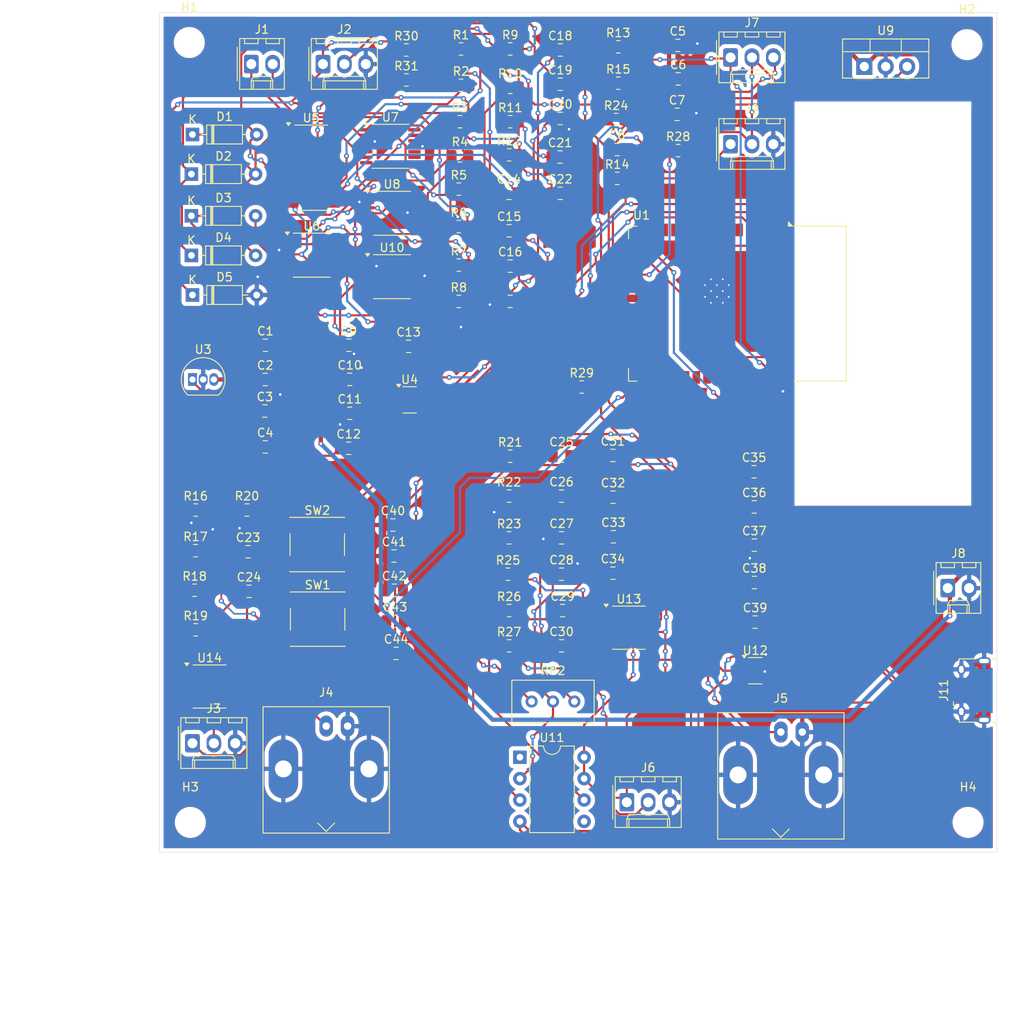
<source format=kicad_pcb>
(kicad_pcb (version 20240108) (generator "pcbnew") (generator_version "8.0")
  (layers (0 "F.Cu" signal) (31 "B.Cu" signal) (34 "B.Paste" user) (35 "F.Paste" user) (36 "B.SilkS" user "B.Silkscreen") (37 "F.SilkS" user "F.Silkscreen") (38 "B.Mask" user) (39 "F.Mask" user) (44 "Edge.Cuts" user))
  (net 0 "")
  (net 1 "GND")
  (net 2 "+9V")
  (net 3 "+3.3V")
  (net 4 "+5V")
  (net 5 "-3.3V")
  (net 6 "Net-(U4-C_{FLY-})")
  (net 7 "Net-(U4-C_{FLY+})")
  (net 8 "Net-(C14-Pad1)")
  (net 9 "Net-(U5-EN2)")
  (net 10 "Net-(C17-Pad1)")
  (net 11 "Net-(C21-Pad1)")
  (net 12 "/TDS_Data")
  (net 13 "/DO_Data")
  (net 14 "Net-(U11-+)")
  (net 15 "Net-(U11--)")
  (net 16 "Net-(C28-Pad2)")
  (net 17 "-5V")
  (net 18 "Net-(U12-C_{FLY-})")
  (net 19 "Net-(U12-C_{FLY+})")
  (net 20 "Net-(D1-A)")
  (net 21 "Net-(D2-K)")
  (net 22 "Net-(D3-A)")
  (net 23 "Net-(J1-Pin_2)")
  (net 24 "Net-(J1-Pin_1)")
  (net 25 "Net-(J4-In)")
  (net 26 "Net-(J5-In)")
  (net 27 "/PH_Data")
  (net 28 "Net-(U5-EN1)")
  (net 29 "Net-(U5-EN3)")
  (net 30 "Net-(U5-Q4)")
  (net 31 "Net-(R3-Pad1)")
  (net 32 "Net-(R6-Pad2)")
  (net 33 "/Turbidity_Data")
  (net 34 "/DQ")
  (net 35 "Net-(U14-IN+)")
  (net 36 "Net-(U14-IN-)")
  (net 37 "Net-(U14-OUT)")
  (net 38 "Net-(R22-Pad1)")
  (net 39 "Net-(R23-Pad2)")
  (net 40 "Net-(R25-Pad1)")
  (net 41 "Net-(U13-IN-)")
  (net 46 "/EN")
  (net 62 "Net-(U1-3V3)")
  (net 80 "Net-(J6-Pin_1)")
  (net 81 "/IO0")
  (net 84 "unconnected-(U1-IO45-Pad26)")
  (net 86 "unconnected-(U1-IO12-Pad20)")
  (net 90 "/D_P")
  (net 91 "Net-(D5-K)")
  (net 92 "Net-(J7-Pin_3)")
  (net 93 "/D_N")
  (footprint "Package_SO:TSSOP-14_4.4x5mm_P0.65mm" (layer "F.Cu") (at 102.1765 51.517)
    (property "Reference" "U8")
    (property "Value" "LM324PW")
  )
  (footprint "Capacitor_SMD:C_0805_2012Metric_Pad1.18x1.45mm_HandSolder" (layer "F.Cu") (at 122.301 94.361)
    (property "Reference" "C28")
    (property "Value" "1nF")
  )
  (footprint "Resistor_SMD:R_0805_2012Metric_Pad1.20x1.40mm_HandSolder" (layer "F.Cu") (at 84.963 86.741)
    (property "Reference" "R20")
    (property "Value" "220")
  )
  (footprint "Package_SO:TSSOP-14_4.4x5mm_P0.65mm" (layer "F.Cu") (at 102.1765 59.04)
    (property "Reference" "U10")
    (property "Value" "LM324PW")
  )
  (footprint "Resistor_SMD:R_0805_2012Metric_Pad1.20x1.40mm_HandSolder" (layer "F.Cu") (at 103.886 32.131)
    (property "Reference" "R30")
    (property "Value" "5.6k")
  )
  (footprint "Capacitor_SMD:C_0805_2012Metric_Pad1.18x1.45mm_HandSolder" (layer "F.Cu") (at 97.0495 67.183)
    (property "Reference" "C9")
    (property "Value" "100nF")
  )
  (footprint "Resistor_SMD:R_0805_2012Metric_Pad1.20x1.40mm_HandSolder" (layer "F.Cu") (at 78.867 86.741)
    (property "Reference" "R16")
    (property "Value" "7.5k")
  )
  (footprint "Capacitor_SMD:C_0805_2012Metric_Pad1.18x1.45mm_HandSolder" (layer "F.Cu") (at 122.428 98.679)
    (property "Reference" "C29")
    (property "Value" "100nF")
  )
  (footprint "Resistor_SMD:R_0805_2012Metric_Pad1.20x1.40mm_HandSolder" (layer "F.Cu") (at 110.236 44.704)
    (property "Reference" "R4")
    (property "Value" "6.8k")
  )
  (footprint "Diode_THT:D_DO-35_SOD27_P7.62mm_Horizontal" (layer "F.Cu") (at 78.359 46.863)
    (property "Reference" "D2")
    (property "Value" "1N4148")
  )
  (footprint "Capacitor_SMD:C_0805_2012Metric_Pad1.18x1.45mm_HandSolder" (layer "F.Cu") (at 145.1825 86.3785)
    (property "Reference" "C36")
    (property "Value" "100nF")
  )
  (footprint "Capacitor_SMD:C_0805_2012Metric_Pad1.18x1.45mm_HandSolder" (layer "F.Cu") (at 128.459 89.916)
    (property "Reference" "C33")
    (property "Value" "10uF")
  )
  (footprint "Connector_Coaxial:BNC_Amphenol_B6252HB-NPP3G-50_Horizontal" (layer "F.Cu") (at 148.336 113.101 180)
    (property "Reference" "J5")
    (property "Value" "Conn_Coaxial")
  )
  (footprint "Resistor_SMD:R_0805_2012Metric_Pad1.20x1.40mm_HandSolder" (layer "F.Cu") (at 115.951 94.361)
    (property "Reference" "R25")
    (property "Value" "30k")
  )
  (footprint "Capacitor_SMD:C_0805_2012Metric_Pad1.18x1.45mm_HandSolder" (layer "F.Cu") (at 116.0835 53.594)
    (property "Reference" "C15")
    (property "Value" "100nF")
  )
  (footprint "Capacitor_SMD:C_0805_2012Metric_Pad1.18x1.45mm_HandSolder" (layer "F.Cu") (at 102.666 103.759)
    (property "Reference" "C44")
    (property "Value" "0.1uF")
  )
  (footprint "Resistor_SMD:R_0805_2012Metric_Pad1.20x1.40mm_HandSolder" (layer "F.Cu") (at 78.867 100.965)
    (property "Reference" "R19")
    (property "Value" "300k")
  )
  (footprint "Resistor_SMD:R_0805_2012Metric_Pad1.20x1.40mm_HandSolder" (layer "F.Cu") (at 116.078 90.043)
    (property "Reference" "R23")
    (property "Value" "1k")
  )
  (footprint "Resistor_SMD:R_0805_2012Metric_Pad1.20x1.40mm_HandSolder" (layer "F.Cu") (at 103.886 35.687)
    (property "Reference" "R31")
    (property "Value" "10k")
  )
  (footprint "Resistor_SMD:R_0805_2012Metric_Pad1.20x1.40mm_HandSolder" (layer "F.Cu") (at 124.698 72.136)
    (property "Reference" "R29")
    (property "Value" "10k")
  )
  (footprint "Resistor_SMD:R_0805_2012Metric_Pad1.20x1.40mm_HandSolder" (layer "F.Cu") (at 110.363 32.004)
    (property "Reference" "R1")
    (property "Value" "100k")
  )
  (footprint "Resistor_SMD:R_0805_2012Metric_Pad1.20x1.40mm_HandSolder" (layer "F.Cu") (at 116.205 80.353)
    (property "Reference" "R21")
    (property "Value" "4.7k")
  )
  (footprint "Capacitor_SMD:C_0805_2012Metric_Pad1.18x1.45mm_HandSolder" (layer "F.Cu") (at 122.301 80.353)
    (property "Reference" "C25")
    (property "Value" "2.2nF")
  )
  (footprint "Resistor_SMD:R_0805_2012Metric_Pad1.20x1.40mm_HandSolder" (layer "F.Cu") (at 110.109 48.641)
    (property "Reference" "R5")
    (property "Value" "1M")
  )
  (footprint "MountingHole:MountingHole_3.2mm_M3" (layer "F.Cu") (at 170.434 31.496)
    (property "Reference" "H2")
    (property "Value" "MountingHole")
  )
  (footprint "Capacitor_SMD:C_0805_2012Metric_Pad1.18x1.45mm_HandSolder" (layer "F.Cu") (at 102.412 92.202)
    (property "Reference" "C41")
    (property "Value" "0.1uF")
  )
  (footprint "Capacitor_SMD:C_0805_2012Metric_Pad1.18x1.45mm_HandSolder" (layer "F.Cu") (at 85.1955 96.393)
    (property "Reference" "C24")
    (property "Value" "10nF")
  )
  (footprint "Capacitor_SMD:C_0805_2012Metric_Pad1.18x1.45mm_HandSolder" (layer "F.Cu") (at 87.1435 67.183)
    (property "Reference" "C1")
    (property "Value" "10uF")
  )
  (footprint "Package_TO_SOT_THT:TO-220-3_Vertical" (layer "F.Cu") (at 158.242 34.092)
    (property "Reference" "U9")
    (property "Value" "LM340T-15/NOPB")
  )
  (footprint "Package_TO_SOT_SMD:SOT-23-5" (layer "F.Cu") (at 104.267 73.66)
    (property "Reference" "U4")
    (property "Value" "TPS60400DBV")
  )
  (footprint "Capacitor_SMD:C_0805_2012Metric_Pad1.18x1.45mm_HandSolder" (layer "F.Cu") (at 122.1525 36.195)
    (property "Reference" "C19")
    (property "Value" "4.7nF")
  )
  (footprint "Capacitor_SMD:C_0805_2012Metric_Pad1.18x1.45mm_HandSolder" (layer "F.Cu") (at 104.14 67.31)
    (property "Reference" "C13")
    (property "Value" "10uF")
  )
  (footprint "Capacitor_SMD:C_0805_2012Metric_Pad1.18x1.45mm_HandSolder" (layer "F.Cu") (at 128.4185 85.217)
    (property "Reference" "C32")
    (property "Value" "100uF")
  )
  (footprint "Resistor_SMD:R_0805_2012Metric_Pad1.20x1.40mm_HandSolder" (layer "F.Cu") (at 136.144 44.069)
    (property "Reference" "R28")
    (property "Value" "3.3k")
  )
  (footprint "Resistor_SMD:R_0805_2012Metric_Pad1.20x1.40mm_HandSolder" (layer "F.Cu") (at 116.078 85.09)
    (property "Reference" "R22")
    (property "Value" "2.2k")
  )
  (footprint "Capacitor_SMD:C_0805_2012Metric_Pad1.18x1.45mm_HandSolder" (layer "F.Cu") (at 102.285 88.519)
    (property "Reference" "C40")
    (property "Value" "0.1uF")
  )
  (footprint "Package_SO:SOIC-16_3.9x9.9mm_P1.27mm" (layer "F.Cu") (at 92.583 46.101)
    (property "Reference" "U5")
    (property "Value" "CD4060BM")
  )
  (footprint "Capacitor_SMD:C_0805_2012Metric_Pad1.18x1.45mm_HandSolder" (layer "F.Cu") (at 122.301 102.87)
    (property "Reference" "C30")
    (property "Value" "10uF")
  )
  (footprint "Resistor_SMD:R_0805_2012Metric_Pad1.20x1.40mm_HandSolder" (layer "F.Cu") (at 110.363 36.322)
    (property "Reference" "R2")
    (property "Value" "10k")
  )
  (footprint "Capacitor_SMD:C_0805_2012Metric_Pad1.18x1.45mm_HandSolder" (layer "F.Cu") (at 97.155 75.26)
    (property "Reference" "C11")
    (property "Value" "2.2uF")
  )
  (footprint "Connector_Coaxial:BNC_Amphenol_B6252HB-NPP3G-50_Horizontal" (layer "F.Cu") (at 94.361 112.395 180)
    (property "Reference" "J4")
    (property "Value" "Conn_Coaxial")
  )
  (footprint "Capacitor_SMD:C_0805_2012Metric_Pad1.18x1.45mm_HandSolder" (layer "F.Cu") (at 87.122 79.248)
    (property "Reference" "C4")
    (property "Value" "100nF")
  )
  (footprint "Capacitor_SMD:C_0805_2012Metric_Pad1.18x1.45mm_HandSolder" (layer "F.Cu") (at 122.301 90.043)
    (property "Reference" "C27")
    (property "Value" "10uF")
  )
  (footprint "Capacitor_SMD:C_0805_2012Metric_Pad1.18x1.45mm_HandSolder" (layer "F.Cu") (at 97.028 79.413)
    (property "Reference" "C12")
    (property "Value" "10uF")
  )
  (footprint "Resistor_SMD:R_0805_2012Metric_Pad1.20x1.40mm_HandSolder" (layer "F.Cu") (at 116.2105 40.64)
    (property "Reference" "R11")
    (property "Value" "10k")
  )
  (footprint "Resistor_SMD:R_0805_2012Metric_Pad1.20x1.40mm_HandSolder" (layer "F.Cu") (at 116.2105 32.004)
    (property "Reference" "R9")
    (property "Value" "10k")
  )
  (footprint "Button_Switch_SMD:SW_SPST_PTS645" (layer "F.Cu") (at 93.345 99.695)
    (property "Reference" "SW1")
    (property "Value" "SW_Push")
  )
  (footprint "Resistor_SMD:R_0805_2012Metric_Pad1.20x1.40mm_HandSolder" (layer "F.Cu") (at 110.236 40.64)
    (property "Reference" "R3")
    (property "Value" "100k")
  )
  (footprint "Connector_Molex:Molex_KK-254_AE-6410-03A_1x03_P2.54mm_Vertical" (layer "F.Cu") (at 142.367 33.02)
    (property "Reference" "J7")
    (property "Value" "Conn_01x03")
  )
  (footprint "Capacitor_SMD:C_0805_2012Metric_Pad1.18x1.45mm_HandSolder" (layer "F.Cu") (at 85.09 91.694)
    (property "Reference" "C23")
    (property "Value" "10nF")
  )
  (footprint "Button_Switch_SMD:SW_SPST_PTS645" (layer "F.Cu") (at 93.302 90.841)
    (property "Reference" "SW2")
    (property "Value" "SW_Push")
  )
  (footprint "Capacitor_SMD:C_0805_2012Metric_Pad1.18x1.45mm_HandSolder" (layer "F.Cu") (at 145.1825 90.9095)
    (property "Reference" "C37")
    (property "Value" "2.2uF")
  )
  (footprint "Package_SO:SOIC-8_3.9x4.9mm_P1.27mm" (layer "F.Cu") (at 80.518 107.696)
    (property "Reference" "U14")
    (property "Value" "TP5551-SR")
  )
  (footprint "MountingHole:MountingHole_3.2mm_M3" (layer "F.Cu") (at 170.561 123.825)
    (property "Reference" "H4")
    (property "Value" "MountingHole")
  )
  (footprint "Package_DIP:DIP-8_W7.62mm" (layer "F.Cu") (at 117.358 116.088)
    (property "Reference" "U11")
    (property "Value" "CA3140")
  )
  (footprint "Package_TO_SOT_THT:TO-92_Inline" (layer "F.Cu") (at 78.486 71.247)
    (property "Reference" "U3")
    (property "Value" "LP2950-3.3_TO92")
  )
  (footprint "Capacitor_SMD:C_0805_2012Metric_Pad1.18x1.45mm_HandSolder" (layer "F.Cu") (at 116.205 61.976)
    (property "Reference" "C17" (hide yes))
    (property "Value" "100nF")
  )
  (footprint "Connector_Molex:Molex_KK-254_AE-6410-03A_1x03_P2.54mm_Vertical" (layer "F.Cu") (at 130.048 121.432)
    (property "Reference" "J6")
    (property "Value" "Conn_01x03")
  )
  (footprint "Capacitor_SMD:C_0805_2012Metric_Pad1.18x1.45mm_HandSolder" (layer "F.Cu") (at 136.017 39.768)
    (property "Reference" "C7")
    (property "Value" "10uF")
  )
  (footprint "Connector_Molex:Molex_KK-254_AE-6410-02A_1x02_P2.54mm_Vertical" (layer "F.Cu") (at 85.471 33.802)
    (property "Reference" "J1")
    (property "Value" "Conn_01x02")
  )
  (footprint "Resistor_SMD:R_0805_2012Metric_Pad1.20x1.40mm_HandSolder" (layer "F.Cu") (at 129.032 36.068)
    (property "Reference" "R15")
    (property "Value" "470")
  )
  (footprint "Resistor_SMD:R_0805_2012Metric_Pad1.20x1.40mm_HandSolder" (layer "F.Cu") (at 129.032 31.75)
    (property "Reference" "R13")
    (property "Value" "4.7k")
  )
  (footprint "Capacitor_SMD:C_0805_2012Metric_Pad1.18x1.45mm_HandSolder" (layer "F.Cu") (at 122.301 85.09)
    (property "Reference" "C26")
    (property "Value" "100nF")
  )
  (footprint "Capacitor_SMD:C_0805_2012Metric_Pad1.18x1.45mm_HandSolder" (layer "F.Cu") (at 128.397 94.234)
    (property "Reference" "C34")
    (property "Value" "100nF")
  )
  (footprint "Capacitor_SMD:C_0805_2012Metric_Pad1.18x1.45mm_HandSolder" (layer "F.Cu") (at 102.4335 96.266)
    (property "Reference" "C42")
    (property "Value" "22uF")
  )
  (footprint "Capacitor_SMD:C_0805_2012Metric_Pad1.18x1.45mm_HandSolder" (layer "F.Cu") (at 128.397 80.264)
    (property "Reference" "C31")
    (property "Value" "10nF")
  )
  (footprint "Diode_THT:D_DO-35_SOD27_P7.62mm_Horizontal" (layer "F.Cu") (at 78.486 42.164)
    (property "Reference" "D1")
    (property "Value" "1N4148")
  )
  (footprint "Resistor_SMD:R_0805_2012Metric_Pad1.20x1.40mm_HandSolder" (layer "F.Cu") (at 116.078 102.87)
    (property "Reference" "R27")
    (property "Value" "30k")
  )
  (footprint "Capacitor_SMD:C_0805_2012Metric_Pad1.18x1.45mm_HandSolder" (layer "F.Cu") (at 145.1825 95.3445)
    (property "Reference" "C38")
    (property "Value" "10uF")
  )
  (footprint "Resistor_SMD:R_0805_2012Metric_Pad1.20x1.40mm_HandSolder" (layer "F.Cu") (at 116.078 98.679)
    (property "Reference" "R26")
    (property "Value" "75k")
  )
  (footprint "Capacitor_SMD:C_0805_2012Metric_Pad1.18x1.45mm_HandSolder" (layer "F.Cu") (at 87.122 71.247)
    (property "Reference" "C2")
    (property "Value" "100nF")
  )
  (footprint "Connector_Molex:Molex_KK-254_AE-6410-02A_1x02_P2.54mm_Vertical" (layer "F.Cu") (at 168.148 96.012)
    (property "Reference" "J8")
    (property "Value" "Conn_01x02")
  )
  (footprint "Capacitor_SMD:C_0805_2012Metric_Pad1.18x1.45mm_HandSolder" (layer "F.Cu") (at 122.1525 40.259)
    (property "Reference" "C20")
    (property "Value" "100nF")
  )
  (footprint "Capacitor_SMD:C_0805_2012Metric_Pad1.18x1.45mm_HandSolder" (layer "F.Cu") (at 102.539 99.949)
    (property "Reference" "C43")
    (property "Value" "0.1uF")
  )
  (footprint "Capacitor_SMD:C_0805_2012Metric_Pad1.18x1.45mm_HandSolder" (layer "F.Cu") (at 136.101 31.585)
    (property "Reference" "C5")
    (property "Value" "10uF")
  )
  (footprint "Potentiometer_THT:Potentiometer_Bourns_3296W_Vertical" (layer "F.Cu") (at 123.825 109.474)
    (property "Reference" "RP2")
    (property "Value" "5k")
  )
  (footprint "Diode_THT:D_DO-35_SOD27_P7.62mm_Horizontal" (layer "F.Cu") (at 78.486 61.214)
    (property "Reference" "D5")
    (property "Value" "1N4148")
  )
  (footprint "Resistor_SMD:R_0805_2012Metric_Pad1.20x1.40mm_HandSolder" (layer "F.Cu") (at 78.74 96.266)
    (property "Reference" "R18")
    (property "Value" "8.2k")
  )
  (footprint "Capacitor_SMD:C_0805_2012Metric_Pad1.18x1.45mm_HandSolder" (layer "F.Cu") (at 145.161 82.1975)
    (property "Reference" "C35")
    (property "Value" "10uF")
  )
  (footprint "Capacitor_SMD:C_0805_2012Metric_Pad1.18x1.45mm_HandSolder" (layer "F.Cu") (at 122.1525 32.131)
    (property "Reference" "C18")
    (property "Value" "4.7nF")
  )
  (footprint "Capacitor_SMD:C_0805_2012Metric_Pad1.18x1.45mm_HandSolder" (layer "F.Cu") (at 128.905 43.942)
    (property "Reference" "C8")
    (property "Value" "100nF")
  )
  (footprint "MountingHole:MountingHole_3.2mm_M3" (layer "F.Cu") (at 78.105 31.242)
    (property "Reference" "H1")
    (property "Value" "MountingHole")
  )
  (footprint "Resistor_SMD:R_0805_2012Metric_Pad1.20x1.40mm_HandSolder" (layer "F.Cu") (at 128.905 47.371)
    (property "Reference" "R14")
    (property "Value" "4.7k")
  )
  (footprint "Connector_USB:USB_Micro-B_Amphenol_10118194-0001LF_Horizontal" (layer "F.Cu") (at 171.166 108.164 90)
    (property "Reference" "J11")
    (property "Value" "USB_B_Micro")
  )
  (footprint "Capacitor_SMD:C_0805_2012Metric_Pad1.18x1.45mm_HandSolder" (layer "F.Cu") (at 87.079 74.989)
    (property "Reference" "C3")
    (property "Value" "10uF")
  )
  (footprint "Diode_THT:D_DO-35_SOD27_P7.62mm_Horizontal" (layer "F.Cu") (at 78.359 51.816)
    (property "Reference" "D3")
    (property "Value" "1N4148")
  )
  (footprint "Connector_Molex:Molex_KK-254_AE-6410-03A_1x03_P2.54mm_Vertical" (layer "F.Cu") (at 93.98 33.802)
    (property "Reference" "J2")
    (property "Value" "Conn_01x03")
  )
  (footprint "Connector_Molex:Molex_KK-254_AE-6410-03A_1x03_P2.54mm_Vertical" (layer "F.Cu") (at 142.367 43.307)
    (property "Reference" "J9")
    (property "Value" "Conn_01x03")
  )
  (footprint "Package_SO:TSSOP-14_4.4x5mm_P0.65mm" (layer "F.Cu") (at 101.981 43.561)
    (property "Reference" "U7")
    (property "Value" "LM324PW")
  )
  (footprint "Resistor_SMD:R_0805_2012Metric_Pad1.20x1.40mm_HandSolder" (layer "F.Cu") (at 110.1035 61.976)
    (property "Reference" "R8")
    (property "Value" "10k")
  )
  (footprint "Capacitor_SMD:C_0805_2012Metric_Pad1.18x1.45mm_HandSolder" (layer "F.Cu") (at 116.062 49.149)
    (property "Reference" "C14")
    (property "Value" "1nF")
  )
  (footprint "Capacitor_SMD:C_0805_2012Metric_Pad1.18x1.45mm_HandSolder" (layer "F.Cu") (at 116.205 57.785)
    (property "Reference" "C16")
    (property "Value" "100nF")
  )
  (footprint "Package_TO_SOT_SMD:SOT-23-5" (layer "F.Cu") (at 145.288 105.8195)
    (property "Reference" "U12")
    (property "Value" "TPS60400DBV")
  )
  (footprint "Capacitor_SMD:C_0805_2012Metric_Pad1.18x1.45mm_HandSolder" (layer "F.Cu") (at 122.1525 49.149)
    (property "Reference" "C22")
    (property "Value" "1nF")
  )
  (footprint "Resistor_SMD:R_0805_2012Metric_Pad1.20x1.40mm_HandSolder" (layer "F.Cu") (at 128.778 40.386)
    (property "Reference" "R24")
    (property "Value" "1.8k")
  )
  (footprint "Capacitor_SMD:C_0805_2012Metric_Pad1.18x1.45mm_HandSolder" (layer "F.Cu") (at 136.144 35.56)
    (property "Reference" "C6")
    (property "Value" "100nF")
  )
  (footprint "Capacitor_SMD:C_0805_2012Metric_Pad1.18x1.45mm_HandSolder" (layer "F.Cu") (at 122.131 44.831)
    (property "Reference" "C21")
    (property "Value" "1nF")
  )
  (footprint "Capacitor_SMD:C_0805_2012Metric_Pad1.18x1.45mm_HandSolder" (layer "F.Cu") (at 145.277 100.0435)
    (property "Reference" "C39")
    (property "Value" "100nF")
  )
  (footprint "Connector_Molex:Molex_KK-254_AE-6410-03A_1x03_P2.54mm_Vertical" (layer "F.Cu") (at 78.486 114.427)
    (property "Reference" "J3")
    (property "Value" "Conn_01x03")
  )
  (footprint "Package_SO:SOIC-8_3.9x4.9mm_P1.27mm" (layer "F.Cu") (at 130.302 100.711)
    (property "Reference" "U13")
    (property "Value" "TL081BCDG4")
  )
  (footprint "Capacitor_SMD:C_0805_2012Metric_Pad1.18x1.45mm_HandSolder" (layer "F.Cu") (at 97.155 71.234)
    (property "Reference" "C10")
    (property "Value" "100nF")
  )
  (footprint "Resistor_SMD:R_0805_2012Metric_Pad1.20x1.40mm_HandSolder" (layer "F.Cu") (at 78.8455 91.567)
    (property "Reference" "R17")
    (property "Value" "4.7k")
  )
  (footprint "Diode_THT:D_DO-35_SOD27_P7.62mm_Horizontal" (layer "F.Cu") (at 78.359 56.515)
    (property "Reference" "D4")
    (property "Value" "1N4148")
  )
  (footprint "RF_Module:ESP32-S3-WROOM-1" (layer "F.Cu") (at 143.203 62.243 -90)
    (property "Reference" "U1")
    (property "Value" "ESP32-S3-WROOM-1")
  )
  (footprint "Resistor_SMD:R_0805_2012Metric_Pad1.20x1.40mm_HandSolder" (layer "F.Cu") (at 110.1035 53.086)
    (property "Reference" "R6")
    (property "Value" "5.6k")
  )
  (footprint "MountingHole:MountingHole_3.2mm_M3" (layer "F.Cu") (at 78.232 123.825)
    (property "Reference" "H3")
    (property "Value" "MountingHole")
  )
  (footprint "Resistor_SMD:R_0805_2012Metric_Pad1.20x1.40mm_HandSolder" (layer "F.Cu") (at 110.109 57.658)
    (property "Reference" "R7")
    (property "Value" "10k")
  )
  (footprint "Resistor_SMD:R_0805_2012Metric_Pad1.20x1.40mm_HandSolder" (layer "F.Cu") (at 116.2105 36.576)
    (property "Reference" "R10")
    (property "Value" "10k")
  )
  (footprint "Resistor_SMD:R_0805_2012Metric_Pad1.20x1.40mm_HandSolder" (layer "F.Cu") (at 116.0835 44.577)
    (property "Reference" "R12")
    (property "Value" "10k")
  )
  (footprint "Package_SO:TSSOP-14_4.4x5mm_P0.65mm" (layer "F.Cu") (at 92.6515 56.485)
    (property "Reference" "U6")
    (property "Value" "LM324PW")
  )
  (gr_rect (start 74.549 27.686) (end 173.99 127.381) (stroke (width 0.05)) (fill none) (layer "Edge.Cuts"))
  (segment (start 117.2425 61.976) (end 117.2425 61.3625) (width 0.254) (layer "F.Cu") (net 1))
  (via (at 86.233 59.055) (size 0.6) (drill 0.3) (layers "F.Cu" "B.Cu") (net 1))
  (via (at 106.045 58.928) (size 0.6) (drill 0.3) (layers "F.Cu" "B.Cu") (net 1))
  (via (at 97.663 68.199) (size 0.6) (drill 0.3) (layers "F.Cu" "B.Cu") (net 1))
  (via (at 109.982 51.943) (size 0.6) (drill 0.3) (layers "F.Cu" "B.Cu") (net 1))
  (via (at 138.303 39.624) (size 0.6) (drill 0.3) (layers "F.Cu" "B.Cu") (net 1))
  (via (at 122.428 37.846) (size 0.6) (drill 0.3) (layers "F.Cu" "B.Cu") (net 1))
  (via (at 123.19 41.529) (size 0.6) (drill 0.3) (layers "F.Cu" "B.Cu") (net 1))
  (via (at 98.552 69.85) (size 0.6) (drill 0.3) (layers "F.Cu" "B.Cu") (net 1))
  (via (at 100.33 57.785) (size 0.6) (drill 0.3) (layers "F.Cu" "B.Cu") (net 1))
  (via (at 96.012 76.581) (size 0.6) (drill 0.3) (layers "F.Cu" "B.Cu") (net 1))
  (via (at 113.792 62.357) (size 0.6) (drill 0.3) (layers "F.Cu" "B.Cu") (net 1))
  (via (at 78.359 88.265) (size 0.6) (drill 0.3) (layers "F.Cu" "B.Cu") (net 1))
  (via (at 100.134034 42.993426) (size 0.6) (drill 0.3) (layers "F.Cu" "B.Cu") (net 1))
  (via (at 88.773 55.88) (size 0.6) (drill 0.3) (layers "F.Cu" "B.Cu") (net 1))
  (via (at 88.9 73.025) (size 0.6) (drill 0.3) (layers "F.Cu" "B.Cu") (net 1))
  (via (at 84.074 88.9) (size 0.6) (drill 0.3) (layers "F.Cu" "B.Cu") (net 1))
  (via (at 124.206 93.091) (size 0.6) (drill 0.3) (layers "F.Cu" "B.Cu") (net 1))
  (via (at 114.3 86.995) (size 0.6) (drill 0.3) (layers "F.Cu" "B.Cu") (net 1))
  (via (at 104.013 51.435) (size 0.6) (drill 0.3) (layers "F.Cu" "B.Cu") (net 1))
  (via (at 138.43 31.369) (size 0.6) (drill 0.3) (layers "F.Cu" "B.Cu") (net 1))
  (via (at 120.142 90.17) (size 0.6) (drill 0.3) (layers "F.Cu" "B.Cu") (net 1))
  (via (at 80.899 89.027) (size 0.6) (drill 0.3) (layers "F.Cu" "B.Cu") (net 1))
  (via (at 148.59 72.644) (size 0.6) (drill 0.3) (layers "F.Cu" "B.Cu") (net 1))
  (via (at 146.431 105.918) (size 0.6) (drill 0.3) (layers "F.Cu" "B.Cu") (net 1))
  (via (at 105.791 43.561) (size 0.6) (drill 0.3) (layers "F.Cu" "B.Cu") (net 1))
  (via (at 98.298 50.165) (size 0.6) (drill 0.3) (layers "F.Cu" "B.Cu") (net 1))
  (via (at 110.363 65.024) (size 0.6) (drill 0.3) (layers "F.Cu" "B.Cu") (net 1))
  (via (at 144.653 92.456) (size 0.6) (drill 0.3) (layers "F.Cu" "B.Cu") (net 1))
  (via (at 146.558 103.886) (size 0.6) (drill 0.3) (layers "F.Cu" "B.Cu") (net 1))
  (segment (start 86.0845 71.247) (end 86.0845 67.2045) (width 0.508) (layer "F.Cu") (net 2))
  (segment (start 86.0845 67.2045) (end 86.106 67.183) (width 0.254) (layer "F.Cu") (net 2))
  (segment (start 86.106 67.183) (end 93.726 74.803) (width 0.508) (layer "F.Cu") (net 2))
  (segment (start 168.402 96.266) (end 168.148 96.012) (width 0.508) (layer "F.Cu") (net 2))
  (segment (start 86.0845 71.3195) (end 86.0845 71.247) (width 0.254) (layer "F.Cu") (net 2))
  (segment (start 81.026 71.247) (end 86.0845 71.247) (width 0.508) (layer "F.Cu") (net 2))
  (segment (start 86.189534 71.247) (end 86.0845 71.247) (width 0.508) (layer "F.Cu") (net 2))
  (segment (start 135.0635 32.227052) (end 135.384526 31.906026) (width 0.254) (layer "F.Cu") (net 2))
  (segment (start 165.734 32.638) (end 172.085 38.989) (width 0.508) (layer "F.Cu") (net 2))
  (segment (start 168.402 99.314) (end 168.402 96.266) (width 0.508) (layer "F.Cu") (net 2))
  (segment (start 135.0635 35.517) (end 135.0635 31.585) (width 0.508) (layer "F.Cu") (net 2))
  (segment (start 135.1065 35.56) (end 135.0635 35.517) (width 0.254) (layer "F.Cu") (net 2))
  (segment (start 159.696 32.638) (end 165.734 32.638) (width 0.508) (layer "F.Cu") (net 2))
  (segment (start 135.0635 31.585) (end 136.2425 30.406) (width 0.508) (layer "F.Cu") (net 2))
  (segment (start 154.556 30.406) (end 158.242 34.092) (width 0.508) (layer "F.Cu") (net 2))
  (segment (start 86.0845 71.247) (end 86.106 71.2255) (width 0.254) (layer "F.Cu") (net 2))
  (segment (start 93.726 74.803) (end 93.726 78.867) (width 0.508) (layer "F.Cu") (net 2))
  (segment (start 158.242 34.092) (end 159.696 32.638) (width 0.508) (layer "F.Cu") (net 2))
  (segment (start 172.085 38.989) (end 172.085 92.075) (width 0.508) (layer "F.Cu") (net 2))
  (segment (start 135.1065 31.628) (end 135.0635 31.585) (width 0.254) (layer "F.Cu") (net 2))
  (segment (start 136.2425 30.406) (end 154.556 30.406) (width 0.508) (layer "F.Cu") (net 2))
  (segment (start 172.085 92.075) (end 168.148 96.012) (width 0.508) (layer "F.Cu") (net 2))
  (via (at 168.402 99.314) (size 0.6) (drill 0.3) (layers "F.Cu" "B.Cu") (net 2))
  (via (at 93.726 78.867) (size 0.6) (drill 0.3) (layers "F.Cu" "B.Cu") (net 2))
  (segment (start 156.337 111.252) (end 168.275 99.314) (width 0.508) (layer "B.Cu") (net 2))
  (segment (start 93.726 78.867) (end 100.846 85.987) (width 0.508) (layer "B.Cu") (net 2))
  (segment (start 100.846 98.356318) (end 114.122682 111.633) (width 0.508) (layer "B.Cu") (net 2))
  (segment (start 168.275 99.314) (end 168.402 99.314) (width 0.508) (layer "B.Cu") (net 2))
  (segment (start 147.574 111.633) (end 147.955 111.252) (width 0.508) (layer "B.Cu") (net 2))
  (segment (start 147.955 111.252) (end 156.337 111.252) (width 0.508) (layer "B.Cu") (net 2))
  (segment (start 100.846 85.987) (end 100.846 98.356318) (width 0.508) (layer "B.Cu") (net 2))
  (segment (start 114.122682 111.633) (end 147.574 111.633) (width 0.508) (layer "B.Cu") (net 2))
  (segment (start 95.9905 79.413) (end 95.1035 80.3) (width 0.254) (layer "F.Cu") (net 3))
  (segment (start 117.2425 59.3305) (end 117.2425 57.785) (width 0.254) (layer "F.Cu") (net 3))
  (segment (start 86.0415 74.989) (end 86.0415 79.205) (width 0.254) (layer "F.Cu") (net 3))
  (segment (start 96.012 67.183) (end 96.012 61.604501) (width 0.254) (layer "F.Cu") (net 3))
  (segment (start 95.1035 80.3) (end 87.1365 80.3) (width 0.254) (layer "F.Cu") (net 3))
  (segment (start 99.314 51.517) (end 98.576501 51.517) (width 0.254) (layer "F.Cu") (net 3))
  (segment (start 75.833 87.108) (end 83.693 79.248) (width 0.254) (layer "F.Cu") (net 3))
  (segment (start 84.582 55.118) (end 85.979 56.515) (width 0.254) (layer "F.Cu") (net 3))
  (segment (start 85.979 44.131264) (end 89.081264 41.029) (width 0.254) (layer "F.Cu") (net 3))
  (segment (start 96.012 61.604501) (end 97.35025 60.26625) (width 0.254) (layer "F.Cu") (net 3))
  (segment (start 98.156 59.04) (end 97.409 58.293) (width 0.254) (layer "F.Cu") (net 3))
  (segment (start 99.314 57.09) (end 97.830851 55.606851) (width 0.254) (layer "F.Cu") (net 3))
  (segment (start 86.0415 74.989) (end 82.003 74.989) (width 0.254) (layer "F.Cu") (net 3))
  (segment (start 98.381001 43.561) (end 99.1185 43.561) (width 0.254) (layer "F.Cu") (net 3))
  (segment (start 104.690264 72.083) (end 104.119 72.654264) (width 0.254) (layer "F.Cu") (net 3))
  (segment (start 81.28 42.164) (end 85.979 46.863) (width 0.254) (layer "F.Cu") (net 3))
  (segment (start 101.6 49.911) (end 101.256 49.567) (width 0.254) (layer "F.Cu") (net 3))
  (segment (start 98.576501 51.517) (end 97.79 52.303501) (width 0.254) (layer "F.Cu") (net 3))
  (segment (start 104.119 72.654264) (end 104.119 73.115) (width 0.254) (layer "F.Cu") (net 3))
  (segment (start 98.044 43.898001) (end 98.381001 43.561) (width 0.254) (layer "F.Cu") (net 3))
  (segment (start 80.772 55.118) (end 84.582 55.118) (width 0.254) (layer "F.Cu") (net 3))
  (segment (start 99.314 51.517) (end 100.883 51.517) (width 0.254) (layer "F.Cu") (net 3))
  (segment (start 97.830851 55.606851) (end 97.830851 54.620999) (width 0.254) (layer "F.Cu") (net 3))
  (segment (start 95.203 73.533) (end 95.203 78.6255) (width 0.254) (layer "F.Cu") (net 3))
  (segment (start 99.314 49.567) (end 99.314 49.019712) (width 0.254) (layer "F.Cu") (net 3))
  (segment (start 78.486 71.472) (end 78.486 71.247) (width 0.254) (layer "F.Cu") (net 3))
  (segment (start 78.043 109.601) (end 77.068001 109.601) (width 0.254) (layer "F.Cu") (net 3))
  (segment (start 102.489 73.66) (end 103.1295 73.66) (width 0.254) (layer "F.Cu") (net 3))
  (segment (start 99.414 49.667) (end 99.314 49.567) (width 0.254) (layer "F.Cu") (net 3))
  (segment (start 109.41298 72.083) (end 104.690264 72.083) (width 0.254) (layer "F.Cu") (net 3))
  (segment (start 99.1185 43.561) (end 97.409 43.561) (width 0.254) (layer "F.Cu") (net 3))
  (segment (start 97.409 57.471) (end 97.79 57.09) (width 0.254) (layer "F.Cu") (net 3))
  (segment (start 118.872 62.611) (end 118.872 62.62398) (width 0.254) (layer "F.Cu") (net 3))
  (segment (start 97.409 58.293) (end 97.409 57.471) (width 0.254) (layer "F.Cu") (net 3))
  (segment (start 85.979 46.863) (end 85.979 44.131264) (width 0.254) (layer "F.Cu") (net 3))
  (segment (start 97.79 57.09) (end 99.314 57.09) (width 0.254) (layer "F.Cu") (net 3))
  (segment (start 118.872 62.62398) (end 109.41298 72.083) (width 0.254) (layer "F.Cu") (net 3))
  (segment (start 97.35025 60.26625) (end 97.409 60.2075) (width 0.254) (layer "F.Cu") (net 3))
  (segment (start 94.431 41.029) (end 95.058 41.656) (width 0.254) (layer "F.Cu") (net 3))
  (segment (start 103.1295 73.66) (end 95.33 73.66) (width 0.254) (layer "F.Cu") (net 3))
  (segment (start 101.6 50.8) (end 101.6 49.911) (width 0.254) (layer "F.Cu") (net 3))
  (segment (start 97.79 52.303501) (end 97.79 53.367) (width 0.254) (layer "F.Cu") (net 3))
  (segment (start 95.203 78.6255) (end 95.9905 79.413) (width 0.254) (layer "F.Cu") (net 3))
  (segment (start 78.359 51.816) (end 78.359 52.705) (width 0.254) (layer "F.Cu") (net 3))
  (segment (start 78.359 51.816) (end 81.026 51.816) (width 0.254) (layer "F.Cu") (net 3))
  (segment (start 78.043 109.601) (end 81.026 112.584) (width 0.254) (layer "F.Cu") (net 3))
  (segment (start 100.883 51.517) (end 101.6 50.8) (width 0.254) (layer "F.Cu") (net 3))
  (segment (start 89.081264 41.029) (end 94.431 41.029) (width 0.254) (layer "F.Cu") (net 3))
  (segment (start 95.33 73.66) (end 95.203 73.533) (width 0.254) (layer "F.Cu") (net 3))
  (segment (start 103.574 73.66) (end 103.1295 73.66) (width 0.254) (layer "F.Cu") (net 3))
  (segment (start 82.003 74.989) (end 78.486 71.472) (width 0.254) (layer "F.Cu") (net 3))
  (segment (start 99.314 59.04) (end 98.156 59.04) (width 0.254) (layer "F.Cu") (net 3))
  (segment (start 96.012 67.183) (end 95.203 67.992) (width 0.254) (layer "F.Cu") (net 3))
  (segment (start 85.036 80.2965) (end 86.0845 79.248) (width 0.254) (layer "F.Cu") (net 3))
  (segment (start 98.04875 59.56775) (end 98.576501 59.04) (width 0.254) (layer "F.Cu") (net 3))
  (segment (start 85.036 90.6025) (end 85.036 80.2965) (width 0.254) (layer "F.Cu") (net 3))
  (segment (start 97.409 43.561) (end 95.504 41.656) (width 0.254) (layer "F.Cu") (net 3))
  (segment (start 104.119 73.115) (end 103.574 73.66) (width 0.254) (layer "F.Cu") (net 3))
  (segment (start 81.026 112.584) (end 81.026 114.427) (width 0.254) (layer "F.Cu") (net 3))
  (segment (start 98.576501 59.04) (end 99.314 59.04) (width 0.254) (layer "F.Cu") (net 3))
  (segment (start 101.256 49.567) (end 99.314 49.567) (width 0.254) (layer "F.Cu") (net 3))
  (segment (start 87.1365 80.3) (end 86.0845 79.248) (width 0.254) (layer "F.Cu") (net 3))
  (segment (start 95.504 41.656) (end 95.058 41.656) (width 0.254) (layer "F.Cu") (net 3))
  (segment (start 78.359 52.705) (end 80.772 55.118) (width 0.254) (layer "F.Cu") (net 3))
  (segment (start 77.068001 109.601) (end 75.833 108.365999) (width 0.254) (layer "F.Cu") (net 3))
  (segment (start 86.0415 79.205) (end 86.0845 79.248) (width 0.254) (layer "F.Cu") (net 3))
  (segment (start 118.872 60.96) (end 117.2425 59.3305) (width 0.254) (layer "F.Cu") (net 3))
  (segment (start 97.830851 54.620999) (end 97.860053 54.650201) (width 0.254) (layer "F.Cu") (net 3))
  (segment (start 99.314 49.019712) (end 100.011356 48.322356) (width 0.254) (layer "F.Cu") (net 3))
  (segment (start 97.35025 60.26625) (end 98.04875 59.56775) (width 0.254) (layer "F.Cu") (net 3))
  (segment (start 78.486 42.164) (end 81.28 42.164) (width 0.254) (layer "F.Cu") (net 3))
  (segment (start 95.203 67.992) (end 95.203 73.533) (width 0.254) (layer "F.Cu") (net 3))
  (segment (start 75.833 108.365999) (end 75.833 87.108) (width 0.254) (layer "F.Cu") (net 3))
  (segment (start 83.693 79.248) (end 86.0845 79.248) (width 0.254) (layer "F.Cu") (net 3))
  (segment (start 86.1275 91.694) (end 85.036 90.6025) (width 0.254) (layer "F.Cu") (net 3))
  (segment (start 98.044 47.371) (end 98.044 43.898001) (width 0.254) (layer "F.Cu") (net 3))
  (segment (start 118.872 60.96) (end 118.872 62.611) (width 0.254) (layer "F.Cu") (net 3))
  (segment (start 81.026 51.816) (end 85.979 46.863) (width 0.254) (layer "F.Cu") (net 3))
  (via (at 100.011356 48.322356) (size 0.6) (drill 0.3) (layers "F.Cu" "B.Cu") (net 3))
  (via (at 97.830851 54.620999) (size 0.6) (drill 0.3) (layers "F.Cu" "B.Cu") (net 3))
  (via (at 97.79 53.367) (size 0.6) (drill 0.3) (layers "F.Cu" "B.Cu") (net 3))
  (via (at 98.044 47.371) (size 0.6) (drill 0.3) (layers "F.Cu" "B.Cu") (net 3))
  (segment (start 98.995356 48.322356) (end 98.044 47.371) (width 0.254) (layer "B.Cu") (net 3))
  (segment (start 100.011356 48.322356) (end 98.995356 48.322356) (width 0.254) (layer "B.Cu") (net 3))
  (segment (start 97.79 54.580148) (end 97.830851 54.620999) (width 0.254) (layer "B.Cu") (net 3))
  (segment (start 97.79 53.367) (end 97.79 54.580148) (width 0.254) (layer "B.Cu") (net 3))
  (segment (start 144.907 35.306) (end 144.907 33.02) (width 0.254) (layer "F.Cu") (net 4))
  (segment (start 121.2635 85.09) (end 121.2635 90.043) (width 0.254) (layer "F.Cu") (net 4))
  (segment (start 125.095 41.1695) (end 127.8675 43.942) (width 0.254) (layer "F.Cu") (net 4))
  (segment (start 129.182072 122.854) (end 131.166 122.854) (width 0.254) (layer "F.Cu") (net 4))
  (segment (start 130.1535 41.656) (end 133.223 41.656) (width 0.254) (layer "F.Cu") (net 4))
  (segment (start 132.777 100.076) (end 133.751999 100.076) (width 0.254) (layer "F.Cu") (net 4))
  (segment (start 145.640764 109.601) (end 143.161 107.121236) (width 0.254) (layer "F.Cu") (net 4))
  (segment (start 124.978 116.088) (end 124.978 118.628) (width 0.254) (layer "F.Cu") (net 4))
  (segment (start 131.802001 100.076) (end 130.81 101.068001) (width 0.254) (layer "F.Cu") (net 4))
  (segment (start 136.1725 82.1975) (end 135.255 81.28) (width 0.254) (layer "F.Cu") (net 4))
  (segment (start 134.9795 39.8995) (end 134.9795 39.768) (width 0.254) (layer "F.Cu") (net 4))
  (segment (start 144.145 86.3785) (end 140.462 90.0615) (width 0.254) (layer "F.Cu") (net 4))
  (segment (start 131.166 122.854) (end 132.588 121.432) (width 0.254) (layer "F.Cu") (net 4))
  (segment (start 127.905 47.371) (end 127.905 43.9795) (width 0.254) (layer "F.Cu") (net 4))
  (segment (start 119.118 31.744288) (end 117.591712 30.218) (width 0.254) (layer "F.Cu") (net 4))
  (segment (start 143.485 41.885) (end 144.907 43.307) (width 0.254) (layer "F.Cu") (net 4))
  (segment (start 125.095 37.719) (end 125.095 36.464572) (width 0.254) (layer "F.Cu") (net 4))
  (segment (start 127.905 73.93) (end 135.255 81.28) (width 0.254) (layer "F.Cu") (net 4))
  (segment (start 169.629 109.601) (end 145.640764 109.601) (width 0.254) (layer "F.Cu") (net 4))
  (segment (start 133.751999 100.076) (end 134.112 99.715999) (width 0.254) (layer "F.Cu") (net 4))
  (segment (start 134.112 89.873) (end 129.456 85.217) (width 0.254) (layer "F.Cu") (net 4))
  (segment (start 129.456 85.217) (end 129.456 80.2855) (width 0.254) (layer "F.Cu") (net 4))
  (segment (start 144.907 43.307) (end 144.907 39.497) (width 0.254) (layer "F.Cu") (net 4))
  (segment (start 124.978 112.258) (end 124.978 116.088) (width 0.254) (layer "F.Cu") (net 4))
  (segment (start 143.51 105.8195) (end 141.478 105.8195) (width 0.254) (layer "F.Cu") (net 4))
  (segment (start 100.104 30.218) (end 96.52 33.802) (width 0.254) (layer "F.Cu") (net 4))
  (segment (start 144.1505 105.8195) (end 143.51 105.8195) (width 0.254) (layer "F.Cu") (net 4))
  (segment (start 128.404 86.269) (end 122.4425 86.269) (width 0.254) (layer "F.Cu") (net 4))
  (segment (start 128.032 43.9795) (end 127.9945 43.942) (width 0.254) (layer "F.Cu") (net 4))
  (segment (start 134.112 99.715999) (end 134.112 89.873) (width 0.254) (layer "F.Cu") (net 4))
  (segment (start 119.118 33.012) (end 119.118 31.744288) (width 0.254) (layer "F.Cu") (net 4))
  (segment (start 163.322 34.092) (end 160.711 36.703) (width 0.254) (layer "F.Cu") (net 4))
  (segment (start 131.382644 81.342356) (end 130.512856 81.342356) (width 0.254) (layer "F.Cu") (net 4))
  (segment (start 123.682428 35.052) (end 121.158 35.052) (width 0.254) (layer "F.Cu") (net 4))
  (segment (start 127.905 43.9795) (end 127.8675 43.942) (width 0.254) (layer "F.Cu") (net 4))
  (segment (start 130.81 106.299) (end 130.81 106.426) (width 0.254) (layer "F.Cu") (net 4))
  (segment (start 121.158 35.052) (end 119.118 33.012) (width 0.254) (layer "F.Cu") (net 4))
  (segment (start 140.462 104.8035) (end 140.462 90.0615) (width 0.254) (layer "F.Cu") (net 4))
  (segment (start 129.456 80.2855) (end 129.4345 80.264) (width 0.254) (layer "F.Cu") (net 4))
  (segment (start 130.512856 81.342356) (end 129.4345 80.264) (width 0.254) (layer "F.Cu") (net 4))
  (segment (start 124.978 118.628) (end 124.978 118.649928) (width 0.254) (layer "F.Cu") (net 4))
  (segment (start 96.52 33.147) (end 96.52 33.802) (width 0.508) (layer "F.Cu") (net 4))
  (segment (start 133.223 41.656) (end 134.9795 39.8995) (width 0.254) (layer "F.Cu") (net 4))
  (segment (start 125.095 39.624) (end 125.095 41.1695) (width 0.254) (layer "F.Cu") (net 4))
  (segment (start 143.161 106.1685) (end 143.51 105.8195) (width 0.254) (layer "F.Cu") (net 4))
  (segment (start 143.161 107.121236) (end 143.161 106.1685) (width 0.254) (layer "F.Cu") (net 4))
  (segment (start 125.095 36.464572) (end 123.682428 35.052) (width 0.254) (layer "F.Cu") (net 4))
  (segment (start 124.978 118.649928) (end 129.182072 122.854) (width 0.254) (layer "F.Cu") (net 4))
  (segment (start 148.59 36.703) (end 144.907 33.02) (width 0.254) (layer "F.Cu") (net 4))
  (segment (start 144.1235 82.1975) (end 144.1235 86.357) (width 0.254) (layer "F.Cu") (net 4))
  (segment (start 129.456 85.217) (end 128.404 86.269) (width 0.254) (layer "F.Cu") (net 4))
  (segment (start 160.711 36.703) (end 148.59 36.703) (width 0.254) (layer "F.Cu") (net 4))
  (segment (start 127.8675 43.942) (end 130.1535 41.656) (width 0.254) (layer "F.Cu") (net 4))
  (segment (start 127.905 47.371) (end 127.905 73.93) (width 0.254) (layer "F.Cu") (net 4))
  (segment (start 169.766 109.464) (end 169.629 109.601) (width 0.254) (layer "F.Cu") (net 4))
  (segment (start 144.1235 82.1975) (end 136.1725 82.1975) (width 0.254) (layer "F.Cu") (net 4))
  (segment (start 130.81 106.426) (end 124.978 112.258) (width 0.254) (layer "F.Cu") (net 4))
  (segment (start 132.777 100.076) (end 131.802001 100.076) (width 0.254) (layer "F.Cu") (net 4))
  (segment (start 117.591712 30.218) (end 100.104 30.218) (width 0.254) (layer "F.Cu") (net 4))
  (segment (start 122.4425 86.269) (end 121.2635 85.09) (width 0.254) (layer "F.Cu") (net 4))
  (segment (start 144.1235 86.357) (end 144.145 86.3785) (width 0.254) (layer "F.Cu") (net 4))
  (segment (start 137.0965 41.885) (end 143.485 41.885) (width 0.254) (layer "F.Cu") (net 4))
  (segment (start 134.9795 39.768) (end 137.0965 41.885) (width 0.254) (layer "F.Cu") (net 4))
  (segment (start 141.478 105.8195) (end 140.462 104.8035) (width 0.254) (layer "F.Cu") (net 4))
  (segment (start 130.81 101.068001) (end 130.81 103.886) (width 0.254) (layer "F.Cu") (net 4))
  (via (at 130.81 106.299) (size 0.6) (drill 0.3) (layers "F.Cu" "B.Cu") (net 4))
  (via (at 125.095 39.624) (size 0.6) (drill 0.3) (layers "F.Cu" "B.Cu") (net 4))
  (via (at 131.382644 81.342356) (size 0.6) (drill 0.3) (layers "F.Cu" "B.Cu") (net 4))
  (via (at 144.907 39.497) (size 0.6) (drill 0.3) (layers "F.Cu" "B.Cu") (net 4))
  (via (at 130.81 103.886) (size 0.6) (drill 0.3) (layers "F.Cu" "B.Cu") (net 4))
  (via (at 125.095 37.719) (size 0.6) (drill 0.3) (layers "F.Cu" "B.Cu") (net 4))
  (via (at 144.907 35.306) (size 0.6) (drill 0.3) (layers "F.Cu" "B.Cu") (net 4))
  (via (at 135.255 81.28) (size 0.6) (drill 0.3) (layers "F.Cu" "B.Cu") (net 4))
  (segment (start 131.445 81.28) (end 131.382644 81.342356) (width 0.254) (layer "B.Cu") (net 4))
  (segment (start 135.255 81.28) (end 131.445 81.28) (width 0.254) (layer "B.Cu") (net 4))
  (segment (start 130.81 103.886) (end 130.81 106.299) (width 0.254) (layer "B.Cu") (net 4))
  (segment (start 125.095 39.624) (end 125.095 37.719) (width 0.254) (layer "B.Cu") (net 4))
  (segment (start 144.907 39.497) (end 144.907 35.306) (width 0.254) (layer "B.Cu") (net 4))
  (segment (start 100.838 65.405) (end 97.028 65.405) (width 0.254) (layer "F.Cu") (net 5))
  (segment (start 120.269 41.529) (end 120.269 41.105) (width 0.254) (layer "F.Cu") (net 5))
  (segment (start 113.157 69.723) (end 120.65 62.23) (width 0.254) (layer "F.Cu") (net 5))
  (segment (start 95.385 60.333) (end 91.44 56.388) (width 0.254) (layer "F.Cu") (net 5))
  (segment (start 104.8465 70.993) (end 108.966 70.993) (width 0.254) (layer "F.Cu") (net 5))
  (segment (start 103.1295 72.71) (end 103.1295 67.337) (width 0.254) (layer "F.Cu") (net 5))
  (segment (start 101.1975 65.405) (end 100.838 65.405) (width 0.254) (layer "F.Cu") (net 5))
  (segment (start 95.385 64.897) (end 95.385 60.333) (width 0.254) (layer "F.Cu") (net 5))
  (segment (start 94.674264 46.736) (end 90.864264 50.546) (width 0.254) (layer "F.Cu") (net 5))
  (segment (start 118.999 51.716) (end 117.121 53.594) (width 0.254) (layer "F.Cu") (net 5))
  (segment (start 121.115 36.195) (end 121.115 40.259) (width 0.254) (layer "F.Cu") (net 5))
  (segment (start 120.269 41.105) (end 121.115 40.259) (width 0.254) (layer "F.Cu") (net 5))
  (segment (start 89.886 56.388) (end 89.789 56.485) (width 0.254) (layer "F.Cu") (net 5))
  (segment (start 90.108 50.546) (end 90.162 50.546) (width 0.254) (layer "F.Cu") (net 5))
  (segment (start 103.1025 67.31) (end 101.1975 65.405) (width 0.254) (layer "F.Cu") (net 5))
  (segment (start 118.264 54.737) (end 117.121 53.594) (width 0.254) (layer "F.Cu") (net 5))
  (segment (start 91.44 56.388) (end 89.886 56.388) (width 0.254) (layer "F.Cu") (net 5))
  (segment (start 96.1175 71.234) (end 100.0415 67.31) (width 0.254) (layer "F.Cu") (net 5))
  (segment (start 103.1295 67.337) (end 103.1025 67.31) (width 0.254) (layer "F.Cu") (net 5))
  (segment (start 100.0415 67.31) (end 103.1025 67.31) (width 0.254) (layer "F.Cu") (net 5))
  (segment (start 90.162 50.546) (end 90.678 51.062) (width 0.254) (layer "F.Cu") (net 5))
  (segment (start 118.88 42.926) (end 118.999 43.045) (width 0.254) (layer "F.Cu") (net 5))
  (segment (start 118.999 43.045) (end 118.999 51.716) (width 0.254) (layer "F.Cu") (net 5))
  (segment (start 95.058 46.736) (end 94.674264 46.736) (width 0.254) (layer "F.Cu") (net 5))
  (segment (start 103.1295 72.71) (end 104.8465 70.993) (width 0.254) (layer "F.Cu") (net 5))
  (segment (start 118.88 54.737) (end 118.264 54.737) (width 0.254) (layer "F.Cu") (net 5))
  (segment (start 120.65 62.23) (end 120.65 56.388) (width 0.254) (layer "F.Cu") (net 5))
  (segment (start 90.864264 50.546) (end 90.108 50.546) (width 0.254) (layer "F.Cu") (net 5))
  (via (at 120.65 56.388) (size 0.6) (drill 0.3) (layers "F.Cu" "B.Cu") (net 5))
  (via (at 120.269 41.529) (size 0.6) (drill 0.3) (layers "F.Cu" "B.Cu") (net 5))
  (via (at 95.385 64.897) (size 0.6) (drill 0.3) (layers "F.Cu" "B.Cu") (net 5))
  (via (at 113.157 69.723) (size 0.6) (drill 0.3) (layers "F.Cu" "B.Cu") (net 5))
  (via (at 118.88 54.737) (size 0.6) (drill 0.3) (layers "F.Cu" "B.Cu") (net 5))
  (via (at 97.028 65.405) (size 0.6) (drill 0.3) (layers "F.Cu" "B.Cu") (net 5))
  (via (at 90.678 51.062) (size 0.6) (drill 0.3) (layers "F.Cu" "B.Cu") (net 5))
  (via (at 91.44 56.388) (size 0.6) (drill 0.3) (layers "F.Cu" "B.Cu") (net 5))
  (via (at 108.966 70.993) (size 0.6) (drill 0.3) (layers "F.Cu" "B.Cu") (net 5))
  (via (at 118.88 42.926) (size 0.6) (drill 0.3) (layers "F.Cu" "B.Cu") (net 5))
  (segment (start 95.893 65.405) (end 95.385 64.897) (width 0.254) (layer "B.Cu") (net 5))
  (segment (start 90.678 51.308) (end 92.075 52.705) (width 0.254) (layer "B.Cu") (net 5))
  (segment (start 108.966 70.993) (end 111.887 70.993) (width 0.254) (layer "B.Cu") (net 5))
  (segment (start 120.269 41.529) (end 120.269 41.537) (width 0.254) (layer "B.Cu") (net 5))
  (segment (start 120.65 56.388) (end 120.531 56.388) (width 0.254) (layer "B.Cu") (net 5))
  (segment (start 120.269 41.537) (end 118.88 42.926) (width 0.254) (layer "B.Cu") (net 5))
  (segment (start 92.075 55.753) (end 91.44 56.388) (width 0.254) (layer "B.Cu") (net 5))
  (segment (start 97.028 65.405) (end 95.893 65.405) (width 0.254) (layer "B.Cu") (net 5))
  (segment (start 120.531 56.388) (end 118.88 54.737) (width 0.254) (layer "B.Cu") (net 5))
  (segment (start 111.887 70.993) (end 113.157 69.723) (width 0.254) (layer "B.Cu") (net 5))
  (segment (start 90.678 51.062) (end 90.678 51.308) (width 0.254) (layer "B.Cu") (net 5))
  (segment (start 92.075 52.705) (end 92.075 55.753) (width 0.254) (layer "B.Cu") (net 5))
  (segment (start 98.8425 74.61) (end 98.1925 75.26) (width 0.254) (layer "F.Cu") (net 6))
  (segment (start 103.1295 74.61) (end 98.8425 74.61) (width 0.254) (layer "F.Cu") (net 6))
  (segment (start 97.1695 76.312) (end 102.768736 76.312) (width 0.254) (layer "F.Cu") (net 7))
  (segment (start 96.1175 75.26) (end 97.1695 76.312) (width 0.254) (layer "F.Cu") (net 7))
  (segment (start 102.768736 76.312) (end 104.394 74.686736) (width 0.254) (layer "F.Cu") (net 7))
  (segment (start 104.394 73.7205) (end 105.4045 72.71) (width 0.254) (layer "F.Cu") (net 7))
  (segment (start 104.394 74.686736) (end 104.394 73.7205) (width 0.254) (layer "F.Cu") (net 7))
  (segment (start 110.76 34.925) (end 112.014 34.925) (width 0.254) (layer "F.Cu") (net 8))
  (segment (start 113.792399 41.872041) (end 113.792399 47.916899) (width 0.254) (layer "F.Cu") (net 8))
  (segment (start 109.363 32.004) (end 109.363 36.322) (width 0.254) (layer "F.Cu") (net 8))
  (segment (start 113.792399 47.916899) (end 115.0245 49.149) (width 0.254) (layer "F.Cu") (net 8))
  (segment (start 109.363 36.322) (end 110.76 34.925) (width 0.254) (layer "F.Cu") (net 8))
  (via (at 112.014 34.925) (size 0.6) (drill 0.3) (layers "F.Cu" "B.Cu") (net 8))
  (via (at 113.792399 41.872041) (size 0.6) (drill 0.3) (layers "F.Cu" "B.Cu") (net 8))
  (segment (start 113.792399 41.872041) (end 113.792399 36.703399) (width 0.254) (layer "B.Cu") (net 8))
  (segment (start 113.792399 36.703399) (end 112.014 34.925) (width 0.254) (layer "B.Cu") (net 8))
  (segment (start 116.332 48.006) (end 116.332 48.3815) (width 0.254) (layer "F.Cu") (net 9))
  (segment (start 116.332 48.3815) (end 117.0995 49.149) (width 0.254) (layer "F.Cu") (net 9))
  (segment (start 95.058 49.276) (end 95.649712 49.276) (width 0.254) (layer "F.Cu") (net 9))
  (segment (start 95.649712 49.276) (end 96.910356 48.015356) (width 0.254) (layer "F.Cu") (net 9))
  (via (at 96.910356 48.015356) (size 0.6) (drill 0.3) (layers "F.Cu" "B.Cu") (net 9))
  (via (at 116.332 48.006) (size 0.6) (drill 0.3) (layers "F.Cu" "B.Cu") (net 9))
  (segment (start 96.910356 47.617932) (end 99.943288 44.585) (width 0.254) (layer "B.Cu") (net 9))
  (segment (start 96.910356 48.015356) (end 96.910356 47.617932) (width 0.254) (layer "B.Cu") (net 9))
  (segment (start 99.943288 44.585) (end 112.911 44.585) (width 0.254) (layer "B.Cu") (net 9))
  (segment (start 112.911 44.585) (end 116.332 48.006) (width 0.254) (layer "B.Cu") (net 9))
  (segment (start 116.84 60.071) (end 116.84 60.3035) (width 0.254) (layer "F.Cu") (net 10))
  (segment (start 99.314 64.389) (end 112.7545 64.389) (width 0.254) (layer "F.Cu") (net 10))
  (segment (start 96.251499 56.485) (end 96.843393 57.076894) (width 0.254) (layer "F.Cu") (net 10))
  (segment (start 119.507 39.624) (end 119.507 58.42) (width 0.254) (layer "F.Cu") (net 10))
  (segment (start 121.115 33.19) (end 120.648857 33.656143) (width 0.254) (layer "F.Cu") (net 10))
  (segment (start 95.514 56.485) (end 96.251499 56.485) (width 0.254) (layer "F.Cu") (net 10))
  (segment (start 121.115 32.131) (end 121.115 33.19) (width 0.254) (layer "F.Cu") (net 10))
  (segment (start 112.7545 64.389) (end 115.1675 61.976) (width 0.254) (layer "F.Cu") (net 10))
  (segment (start 116.84 60.3035) (end 115.1675 61.976) (width 0.254) (layer "F.Cu") (net 10))
  (segment (start 96.843393 57.076894) (end 96.843393 59.886393) (width 0.254) (layer "F.Cu") (net 10))
  (segment (start 119.507 58.42) (end 118.362857 59.564143) (width 0.254) (layer "F.Cu") (net 10))
  (via (at 120.648857 33.656143) (size 0.6) (drill 0.3) (layers "F.Cu" "B.Cu") (net 10))
  (via (at 118.362857 59.564143) (size 0.6) (drill 0.3) (layers "F.Cu" "B.Cu") (net 10))
  (via (at 96.843393 59.886393) (size 0.6) (drill 0.3) (layers "F.Cu" "B.Cu") (net 10))
  (via (at 116.84 60.071) (size 0.6) (drill 0.3) (layers "F.Cu" "B.Cu") (net 10))
  (via (at 99.314 64.389) (size 0.6) (drill 0.3) (layers "F.Cu" "B.Cu") (net 10))
  (via (at 119.507 39.624) (size 0.6) (drill 0.3) (layers "F.Cu" "B.Cu") (net 10))
  (segment (start 96.843393 61.918393) (end 99.314 64.389) (width 0.254) (layer "B.Cu") (net 10))
  (segment (start 118.362857 59.564143) (end 117.346857 59.564143) (width 0.254) (layer "B.Cu") (net 10))
  (segment (start 117.346857 59.564143) (end 116.84 60.071) (width 0.254) (layer "B.Cu") (net 10))
  (segment (start 96.843393 59.886393) (end 96.843393 61.918393) (width 0.254) (layer "B.Cu") (net 10))
  (segment (start 119.507 34.798) (end 119.507 39.624) (width 0.254) (layer "B.Cu") (net 10))
  (segment (start 120.648857 33.656143) (end 119.507 34.798) (width 0.254) (layer "B.Cu") (net 10))
  (segment (start 120.261 44.831) (end 120.134 44.704) (width 0.254) (layer "F.Cu") (net 11))
  (segment (start 117.983 41.529) (end 117.983 41.4125) (width 0.254) (layer "F.Cu") (net 11))
  (segment (start 121.0935 44.831) (end 121.0935 44.523) (width 0.254) (layer "F.Cu") (net 11))
  (segment (start 117.2105 42.45) (end 117.2105 40.64) (width 0.254) (layer "F.Cu") (net 11))
  (segment (start 121.0935 44.831) (end 120.261 44.831) (width 0.254) (layer "F.Cu") (net 11))
  (segment (start 115.0835 44.577) (end 117.2105 42.45) (width 0.254) (layer "F.Cu") (net 11))
  (segment (start 117.983 41.4125) (end 117.2105 40.64) (width 0.254) (layer "F.Cu") (net 11))
  (via (at 120.134 44.704) (size 0.6) (drill 0.3) (layers "F.Cu" "B.Cu") (net 11))
  (via (at 117.983 41.529) (size 0.6) (drill 0.3) (layers "F.Cu" "B.Cu") (net 11))
  (segment (start 119.634 44.704) (end 117.983 43.053) (width 0.254) (layer "B.Cu") (net 11))
  (segment (start 120.134 44.704) (end 119.634 44.704) (width 0.254) (layer "B.Cu") (net 11))
  (segment (start 117.983 43.053) (end 117.983 41.529) (width 0.254) (layer "B.Cu") (net 11))
  (segment (start 111.958928 30.977) (end 116.205 35.223072) (width 0.254) (layer "F.Cu") (net 12))
  (segment (start 140.843 54.077) (end 140.843 53.493) (width 0.254) (layer "F.Cu") (net 12))
  (segment (start 104.886 34.858072) (end 108.767072 30.977) (width 0.254) (layer "F.Cu") (net 12))
  (segment (start 149.479 54.331) (end 148.438 55.372) (width 0.254) (layer "F.Cu") (net 12))
  (segment (start 121.793 38.608) (end 145.415 38.608) (width 0.254) (layer "F.Cu") (net 12))
  (segment (start 145.415 38.608) (end 149.479 42.672) (width 0.254) (layer "F.Cu") (net 12))
  (segment (start 104.886 35.687) (end 104.886 34.858072) (width 0.254) (layer "F.Cu") (net 12))
  (segment (start 102.886 33.687) (end 104.886 35.687) (width 0.254) (layer "F.Cu") (net 12))
  (segment (start 148.438 55.372) (end 142.138 55.372) (width 0.254) (layer "F.Cu") (net 12))
  (segment (start 102.886 32.131) (end 102.886 33.687) (width 0.254) (layer "F.Cu") (net 12))
  (segment (start 119.126 38.608) (end 120.269 38.608) (width 0.254) (layer "F.Cu") (net 12))
  (segment (start 142.138 55.372) (end 140.843 54.077) (width 0.254) (layer "F.Cu") (net 12))
  (segment (start 108.767072 30.977) (end 111.958928 30.977) (width 0.254) (layer "F.Cu") (net 12))
  (segment (start 118.364 37.846) (end 119.126 38.608) (width 0.254) (layer "F.Cu") (net 12))
  (segment (start 116.205 35.223072) (end 116.205 35.179) (width 0.254) (layer "F.Cu") (net 12))
  (segment (start 118.364 35.814) (end 118.364 37.846) (width 0.254) (layer "F.Cu") (net 12))
  (segment (start 149.479 42.672) (end 149.479 54.331) (width 0.254) (layer "F.Cu") (net 12))
  (via (at 118.364 35.814) (size 0.6) (drill 0.3) (layers "F.Cu" "B.Cu") (net 12))
  (via (at 116.205 35.179) (size 0.6) (drill 0.3) (layers "F.Cu" "B.Cu") (net 12))
  (via (at 120.269 38.608) (size 0.6) (drill 0.3) (layers "F.Cu" "B.Cu") (net 12))
  (via (at 121.793 38.608) (size 0.6) (drill 0.3) (layers "F.Cu" "B.Cu") (net 12))
  (segment (start 116.205 35.179) (end 117.729 35.179) (width 0.254) (layer "B.Cu") (net 12))
  (segment (start 117.729 35.179) (end 118.364 35.814) (width 0.254) (layer "B.Cu") (net 12))
  (segment (start 120.269 38.608) (end 121.793 38.608) (width 0.254) (layer "B.Cu") (net 12))
  (segment (start 78.486 114.427) (end 79.908 115.849) (width 0.254) (layer "F.Cu") (net 13))
  (segment (start 130.748948 52.004052) (end 143.748052 52.004052) (width 0.254) (layer "F.Cu") (net 13))
  (segment (start 87.042 87.82) (end 85.963 86.741) (width 0.254) (layer "F.Cu") (net 13))
  (segment (start 84.963 115.062) (end 84.963 97.198) (width 0.254) (layer "F.Cu") (net 13))
  (segment (start 84.158 96.393) (end 87.042 93.509) (width 0.254) (layer "F.Cu") (net 13))
  (segment (start 87.042 93.509) (end 87.042 87.82) (width 0.254) (layer "F.Cu") (net 13))
  (segment (start 126.363856 57.402856) (end 97.025712 86.741) (width 0.254) (layer "F.Cu") (net 13))
  (segment (start 126.363856 56.389144) (end 126.363856 57.402856) (width 0.254) (layer "F.Cu") (net 13))
  (segment (start 79.908 115.849) (end 84.176 115.849) (width 0.254) (layer "F.Cu") (net 13))
  (segment (start 144.653 52.909) (end 144.653 53.493) (width 0.254) (layer "F.Cu") (net 13))
  (segment (start 143.748052 52.004052) (end 144.653 52.909) (width 0.254) (layer "F.Cu") (net 13))
  (segment (start 130.175 52.578) (end 130.748948 52.004052) (width 0.254) (layer "F.Cu") (net 13))
  (segment (start 84.963 97.198) (end 84.158 96.393) (width 0.254) (layer "F.Cu") (net 13))
  (segment (start 97.025712 86.741) (end 85.963 86.741) (width 0.254) (layer "F.Cu") (net 13))
  (segment (start 84.176 115.849) (end 84.963 115.062) (width 0.254) (layer "F.Cu") (net 13))
  (via (at 126.363856 56.389144) (size 0.6) (drill 0.3) (layers "F.Cu" "B.Cu") (net 13))
  (via (at 130.175 52.578) (size 0.6) (drill 0.3) (layers "F.Cu" "B.Cu") (net 13))
  (segment (start 126.363856 56.389144) (end 130.175 52.578) (width 0.254) (layer "B.Cu") (net 13))
  (segment (start 117.205 80.353) (end 118.257 81.405) (width 0.254) (layer "F.Cu") (net 14))
  (segment (start 111.814 115.624) (end 111.814 85.744) (width 0.254) (layer "F.Cu") (net 14))
  (segment (start 118.257 81.405) (end 122.2865 81.405) (width 0.254) (layer "F.Cu") (net 14))
  (segment (start 122.2865 81.405) (end 123.3385 80.353) (width 0.254) (layer "F.Cu") (net 14))
  (segment (start 117.358 121.168) (end 111.814 115.624) (width 0.254) (layer "F.Cu") (net 14))
  (segment (start 111.814 85.744) (end 117.205 80.353) (width 0.254) (layer "F.Cu") (net 14))
  (segment (start 118.872 113.665) (end 121.285 111.252) (width 0.254) (layer "F.Cu") (net 15))
  (segment (start 121.285 109.474) (end 119.126 107.315) (width 0.254) (layer "F.Cu") (net 15))
  (segment (start 118.999 98.806) (end 121.2635 96.5415) (width 0.254) (layer "F.Cu") (net 15))
  (segment (start 121.2635 96.5415) (end 121.2635 94.361) (width 0.254) (layer "F.Cu") (net 15))
  (segment (start 118.872 117.114) (end 118.872 115.951) (width 0.254) (layer "F.Cu") (net 15))
  (segment (start 119.126 107.315) (end 119.126 100.333) (width 0.254) (layer "F.Cu") (net 15))
  (segment (start 121.285 111.252) (end 121.285 109.474) (width 0.254) (layer "F.Cu") (net 15))
  (segment (start 117.358 118.628) (end 118.872 117.114) (width 0.254) (layer "F.Cu") (net 15))
  (via (at 118.872 113.665) (size 0.6) (drill 0.3) (layers "F.Cu" "B.Cu") (net 15))
  (via (at 119.126 100.333) (size 0.6) (drill 0.3) (layers "F.Cu" "B.Cu") (net 15))
  (via (at 118.872 115.951) (size 0.6) (drill 0.3) (layers "F.Cu" "B.Cu") (net 15))
  (via (at 118.999 98.806) (size 0.6) (drill 0.3) (layers "F.Cu" "B.Cu") (net 15))
  (segment (start 119.126 100.333) (end 119.126 98.933) (width 0.254) (layer "B.Cu") (net 15))
  (segment (start 118.872 115.951) (end 118.872 113.665) (width 0.254) (layer "B.Cu") (net 15))
  (segment (start 119.126 98.933) (end 118.999 98.806) (width 0.254) (layer "B.Cu") (net 15))
  (segment (start 117.078 88.1005) (end 123.3385 94.361) (width 0.254) (layer "F.Cu") (net 16))
  (segment (start 117.078 85.09) (end 117.078 88.1005) (width 0.254) (layer "F.Cu") (net 16))
  (segment (start 144.145 99.949) (end 144.2395 100.0435) (width 0.254) (layer "F.Cu") (net 17))
  (segment (start 117.358 123.708) (end 118.491 124.841) (width 0.254) (layer "F.Cu") (net 17))
  (segment (start 138.049 125.476) (end 118.11 125.476) (width 0.254) (layer "F.Cu") (net 17))
  (segment (start 122.3155 103.922) (end 126.521 103.922) (width 0.254) (layer "F.Cu") (net 17))
  (segment (start 143.421 104.14) (end 144.1505 104.8695) (width 0.254) (layer "F.Cu") (net 17))
  (segment (start 121.2635 102.87) (end 122.3155 103.922) (width 0.254) (layer "F.Cu") (net 17))
  (segment (start 138.557 109.855) (end 138.557 124.968) (width 0.254) (layer "F.Cu") (net 17))
  (segment (start 121.3905 102.743) (end 121.2635 102.87) (width 0.254) (layer "F.Cu") (net 17))
  (segment (start 121.3905 98.679) (end 125.8355 94.234) (width 0.254) (layer "F.Cu") (net 17))
  (segment (start 144.145 95.3445) (end 144.145 99.949) (width 0.254) (layer "F.Cu") (net 17))
  (segment (start 142.113 104.521) (end 142.494 104.14) (width 0.254) (layer "F.Cu") (net 17))
  (segment (start 127.3595 89.978) (end 127.4215 89.916) (width 0.254) (layer "F.Cu") (net 17))
  (segment (start 127.3595 94.234) (end 127.3595 89.978) (width 0.254) (layer "F.Cu") (net 17))
  (segment (start 115.078 98.679) (end 116.105 99.706) (width 0.254) (layer "F.Cu") (net 17))
  (segment (start 117.358 124.724) (end 117.358 123.708) (width 0.254) (layer "F.Cu") (net 17))
  (segment (start 141.732 106.68) (end 138.557 109.855) (width 0.254) (layer "F.Cu") (net 17))
  (segment (start 116.105 99.706) (end 120.3635 99.706) (width 0.254) (layer "F.Cu") (net 17))
  (segment (start 144.2395 104.7805) (end 144.1505 104.8695) (width 0.254) (layer "F.Cu") (net 17))
  (segment (start 137.668 124.333) (end 137.668 105.41) (width 0.254) (layer "F.Cu") (net 17))
  (segment (start 121.3905 98.679) (end 121.3905 102.743) (width 0.254) (layer "F.Cu") (net 17))
  (segment (start 136.779 104.521) (end 129.732 104.521) (width 0.254) (layer "F.Cu") (net 17))
  (segment (start 125.8355 94.234) (end 127.3595 94.234) (width 0.254) (layer "F.Cu") (net 17))
  (segment (start 129.732 104.521) (end 127.827 102.616) (width 0.254) (layer "F.Cu") (net 17))
  (segment (start 144.2395 100.0435) (end 144.2395 104.7805) (width 0.254) (layer "F.Cu") (net 17))
  (segment (start 137.668 105.41) (end 136.779 104.521) (width 0.254) (layer "F.Cu") (net 17))
  (segment (start 138.557 124.968) (end 138.049 125.476) (width 0.254) (layer "F.Cu") (net 17))
  (segment (start 126.521 103.922) (end 127.827 102.616) (width 0.254) (layer "F.Cu") (net 17))
  (segment (start 142.494 104.14) (end 143.421 104.14) (width 0.254) (layer "F.Cu") (net 17))
  (segment (start 120.3635 99.706) (end 121.3905 98.679) (width 0.254) (layer "F.Cu") (net 17))
  (segment (start 137.16 124.841) (end 137.668 124.333) (width 0.254) (layer "F.Cu") (net 17))
  (segment (start 118.11 125.476) (end 117.358 124.724) (width 0.254) (layer "F.Cu") (net 17))
  (segment (start 118.491 124.841) (end 137.16 124.841) (width 0.254) (layer "F.Cu") (net 17))
  (via (at 141.732 106.68) (size 0.6) (drill 0.3) (layers "F.Cu" "B.Cu") (net 17))
  (via (at 142.113 104.521) (size 0.6) (drill 0.3) (layers "F.Cu" "B.Cu") (net 17))
  (segment (start 141.732 104.902) (end 141.732 106.68) (width 0.254) (layer "B.Cu") (net 17))
  (segment (start 142.113 104.521) (end 141.732 104.902) (width 0.254) (layer "B.Cu") (net 17))
  (segment (start 147.415 92.1045) (end 147.415 107.1215) (width 0.254) (layer "F.Cu") (net 18))
  (segment (start 144.7775 107.3965) (end 144.1505 106.7695) (width 0.254) (layer "F.Cu") (net 18))
  (segment (start 147.415 107.1215) (end 147.14 107.3965) (width 0.254) (layer "F.Cu") (net 18))
  (segment (start 146.22 90.9095) (end 147.415 92.1045) (width 0.254) (layer "F.Cu") (net 18))
  (segment (start 147.14 107.3965) (end 144.7775 107.3965) (width 0.254) (layer "F.Cu") (net 18))
  (segment (start 146.4255 104.8695) (end 145.3055 103.7495) (width 0.254) (layer "F.Cu") (net 19))
  (segment (start 145.3055 92.07) (end 144.145 90.9095) (width 0.254) (layer "F.Cu") (net 19))
  (segment (start 145.3055 103.7495) (end 145.3055 92.07) (width 0.254) (layer "F.Cu") (net 19))
  (segment (start 111.068356 57.617356) (end 111.109 57.658) (width 0.254) (layer "F.Cu") (net 20))
  (segment (start 104.902 54.864) (end 109.601 54.864) (width 0.254) (layer "F.Cu") (net 20))
  (segment (start 111.258856 57.508144) (end 111.109 57.658) (width 0.254) (layer "F.Cu") (net 20))
  (segment (start 97.469 50.867) (end 99.314 50.867) (width 0.254) (layer "F.Cu") (net 20))
  (segment (start 85.352 42.918) (end 86.106 42.164) (width 0.254) (layer "F.Cu") (net 20))
  (segment (start 111.258856 56.394856) (end 111.258856 57.508144) (width 0.254) (layer "F.Cu") (net 20))
  (segment (start 86.614 45.212) (end 87.757 46.355) (width 0.254) (layer "F.Cu") (net 20))
  (segment (start 99.314 50.867) (end 100.434 50.867) (width 0.254) (layer "F.Cu") (net 20))
  (segment (start 100.434 50.867) (end 100.457 50.89) (width 0.254) (layer "F.Cu") (net 20))
  (segment (start 87.394072 29.591) (end 84.274 32.711072) (width 0.254) (layer "F.Cu") (net 20))
  (segment (start 94.871288 51.689) (end 95.21429 51.345998) (width 0.254) (layer "F.Cu") (net 20))
  (segment (start 87.757 49.965) (end 89.481 51.689) (width 0.254) (layer "F.Cu") (net 20))
  (segment (start 89.481 51.689) (end 94.871288 51.689) (width 0.254) (layer "F.Cu") (net 20))
  (segment (start 87.757 46.355) (end 87.757 49.965) (width 0.254) (layer "F.Cu") (net 20))
  (segment (start 109.601 54.864) (end 109.728 54.864) (width 0.254) (layer "F.Cu") (net 20))
  (segment (start 84.274 40.332) (end 86.106 42.164) (width 0.254) (layer "F.Cu") (net 20))
  (segment (start 114.554 32.004) (end 113.538 30.988) (width 0.254) (layer "F.Cu") (net 20))
  (segment (start 84.274 32.711072) (end 84.274 40.332) (width 0.254) (layer "F.Cu") (net 20))
  (segment (start 115.2105 32.004) (end 114.554 32.004) (width 0.254) (layer "F.Cu") (net 20))
  (segment (start 112.268 29.591) (end 87.394072 29.591) (width 0.254) (layer "F.Cu") (net 20))
  (segment (start 85.352 44.704) (end 85.352 42.918) (width 0.254) (layer "F.Cu") (net 20))
  (segment (start 96.901 51.435) (end 97.469 50.867) (width 0.254) (layer "F.Cu") (net 20))
  (via (at 95.21429 51.345998) (size 0.6) (drill 0.3) (layers "F.Cu" "B.Cu") (net 20))
  (via (at 109.728 54.864) (size 0.6) (drill 0.3) (layers "F.Cu" "B.Cu") (net 20))
  (via (at 112.268 29.591) (size 0.6) (drill 0.3) (layers "F.Cu" "B.Cu") (net 20))
  (via (at 100.457 50.89) (size 0.6) (drill 0.3) (layers "F.Cu" "B.Cu") (net 20))
  (via (at 96.901 51.435) (size 0.6) (drill 0.3) (layers "F.Cu" "B.Cu") (net 20))
  (via (at 86.614 45.212) (size 0.6) (drill 0.3) (layers "F.Cu" "B.Cu") (net 20))
  (via (at 113.538 30.988) (size 0.6) (drill 0.3) (layers "F.Cu" "B.Cu") (net 20))
  (via (at 111.258856 56.394856) (size 0.6) (drill 0.3) (layers "F.Cu" "B.Cu") (net 20))
  (via (at 85.352 44.704) (size 0.6) (drill 0.3) (layers "F.Cu" "B.Cu") (net 20))
  (via (at 104.902 54.864) (size 0.6) (drill 0.3) (layers "F.Cu" "B.Cu") (net 20))
  (segment (start 95.21429 51.345998) (end 96.811998 51.345998) (width 0.254) (layer "B.Cu") (net 20))
  (segment (start 113.538 30.861) (end 112.268 29.591) (width 0.254) (layer "B.Cu") (net 20))
  (segment (start 104.431 54.864) (end 104.902 54.864) (width 0.254) (layer "B.Cu") (net 20))
  (segment (start 109.728 54.864) (end 111.258856 56.394856) (width 0.254) (layer "B.Cu") (net 20))
  (segment (start 85.352 44.704) (end 85.86 45.212) (width 0.254) (layer "B.Cu") (net 20))
  (segment (start 96.811998 51.345998) (end 96.901 51.435) (width 0.254) (layer "B.Cu") (net 20))
  (segment (start 85.86 45.212) (end 86.614 45.212) (width 0.254) (layer "B.Cu") (net 20))
  (segment (start 100.457 50.89) (end 104.431 54.864) (width 0.254) (layer "B.Cu") (net 20))
  (segment (start 113.538 30.988) (end 113.538 30.861) (width 0.254) (layer "B.Cu") (net 20))
  (segment (start 115.2105 39.276) (end 115.2105 40.64) (width 0.254) (layer "F.Cu") (net 21))
  (segment (start 117.2105 36.576) (end 117.2105 37.276) (width 0.254) (layer "F.Cu") (net 21))
  (segment (start 77.232 47.99) (end 77.232 55.388) (width 0.254) (layer "F.Cu") (net 21))
  (segment (start 77.359 37.83) (end 77.359 45.863) (width 0.254) (layer "F.Cu") (net 21))
  (segment (start 117.2105 37.276) (end 115.2105 39.276) (width 0.254) (layer "F.Cu") (net 21))
  (segment (start 117.2105 32.004) (end 117.2105 36.576) (width 0.254) (layer "F.Cu") (net 21))
  (segment (start 77.232 55.388) (end 78.359 56.515) (width 0.254) (layer "F.Cu") (net 21))
  (segment (start 118.491 32.004) (end 117.2105 32.004) (width 0.254) (layer "F.Cu") (net 21))
  (segment (start 77.359 45.863) (end 78.359 46.863) (width 0.254) (layer "F.Cu") (net 21))
  (segment (start 119.126 29.591) (end 118.491 28.956) (width 0.254) (layer "F.Cu") (net 21))
  (segment (start 86.233 28.956) (end 77.359 37.83) (width 0.254) (layer "F.Cu") (net 21))
  (segment (start 118.491 28.956) (end 86.233 28.956) (width 0.254) (layer "F.Cu") (net 21))
  (segment (start 119.126 29.458286) (end 119.126 29.591) (width 0.254) (layer "F.Cu") (net 21))
  (segment (start 78.359 46.863) (end 77.232 47.99) (width 0.254) (layer "F.Cu") (net 21))
  (via (at 118.491 32.004) (size 0.6) (drill 0.3) (layers "F.Cu" "B.Cu") (net 21))
  (via (at 119.126 29.591) (size 0.6) (drill 0.3) (layers "F.Cu" "B.Cu") (net 21))
  (segment (start 119.126 31.369) (end 119.126 29.591) (width 0.254) (layer "B.Cu") (net 21))
  (segment (start 118.491 32.004) (end 119.126 31.369) (width 0.254) (layer "B.Cu") (net 21))
  (segment (start 109.4525 63.627) (end 111.1035 61.976) (width 0.254) (layer "F.Cu") (net 22))
  (segment (start 85.979 54.75986) (end 88.7245 57.50536) (width 0.254) (layer "F.Cu") (net 22))
  (segment (start 105.156 63.627) (end 109.4525 63.627) (width 0.254) (layer "F.Cu") (net 22))
  (segment (start 115.2105 37.5705) (end 113.157 39.624) (width 0.254) (layer "F.Cu") (net 22))
  (segment (start 88.7245 57.50536) (end 88.7245 58.71464) (width 0.254) (layer "F.Cu") (net 22))
  (segment (start 93.63686 63.627) (end 94.234 63.627) (width 0.254) (layer "F.Cu") (net 22))
  (segment (start 88.7245 58.71464) (end 93.63686 63.627) (width 0.254) (layer "F.Cu") (net 22))
  (segment (start 113.157 39.624) (end 113.157 59.9225) (width 0.254) (layer "F.Cu") (net 22))
  (segment (start 113.157 59.9225) (end 111.1035 61.976) (width 0.254) (layer "F.Cu") (net 22))
  (segment (start 105.156 63.494501) (end 105.156 63.627) (width 0.254) (layer "F.Cu") (net 22))
  (segment (start 85.979 51.816) (end 85.979 54.75986) (width 0.254) (layer "F.Cu") (net 22))
  (segment (start 97.028 63.627) (end 105.156 63.627) (width 0.254) (layer "F.Cu") (net 22))
  (segment (start 100.051499 58.39) (end 105.156 63.494501) (width 0.254) (layer "F.Cu") (net 22))
  (segment (start 115.2105 36.576) (end 115.2105 37.5705) (width 0.254) (layer "F.Cu") (net 22))
  (segment (start 99.314 58.39) (end 100.051499 58.39) (width 0.254) (layer "F.Cu") (net 22))
  (via (at 94.234 63.627) (size 0.6) (drill 0.3) (layers "F.Cu" "B.Cu") (net 22))
  (via (at 97.028 63.627) (size 0.6) (drill 0.3) (layers "F.Cu" "B.Cu") (net 22))
  (segment (start 94.234 63.627) (end 97.028 63.627) (width 0.254) (layer "B.Cu") (net 22))
  (segment (start 93.98 52.578) (end 92.023 54.535) (width 0.254) (layer "F.Cu") (net 23))
  (segment (start 105.758632 40.099632) (end 108.782 43.123) (width 0.254) (layer "F.Cu") (net 23))
  (segment (start 109.236 44.704) (end 106.315 47.625) (width 0.254) (layer "F.Cu") (net 23))
  (segment (start 92.023 54.535) (end 89.789 54.535) (width 0.254) (layer "F.Cu") (net 23))
  (segment (start 106.315 47.625) (end 99.822 47.625) (width 0.254) (layer "F.Cu") (net 23))
  (segment (start 90.999579 40.099632) (end 105.758632 40.099632) (width 0.254) (layer "F.Cu") (net 23))
  (segment (start 95.391926 52.055074) (end 95.391926 52.182074) (width 0.254) (layer "F.Cu") (net 23))
  (segment (start 88.011 37.111053) (end 90.999579 40.099632) (width 0.254) (layer "F.Cu") (net 23))
  (segment (start 99.822 47.625) (end 95.391926 52.055074) (width 0.254) (layer "F.Cu") (net 23))
  (segment (start 108.782 44.25) (end 109.236 44.704) (width 0.254) (layer "F.Cu") (net 23))
  (segment (start 108.782 43.123) (end 108.782 44.25) (width 0.254) (layer "F.Cu") (net 23))
  (segment (start 88.011 33.802) (end 88.011 37.111053) (width 0.254) (layer "F.Cu") (net 23))
  (via (at 95.391926 52.182074) (size 0.6) (drill 0.3) (layers "F.Cu" "B.Cu") (net 23))
  (via (at 93.98 52.578) (size 0.6) (drill 0.3) (layers "F.Cu" "B.Cu") (net 23))
  (segment (start 94.375926 52.182074) (end 93.98 52.578) (width 0.254) (layer "B.Cu") (net 23))
  (segment (start 95.391926 52.182074) (end 94.375926 52.182074) (width 0.254) (layer "B.Cu") (net 23))
  (segment (start 107.123356 49.338356) (end 108.411644 49.338356) (width 0.254) (layer "F.Cu") (net 24))
  (segment (start 96.695 40.575) (end 96.767 40.647) (width 0.254) (layer "F.Cu") (net 24))
  (segment (start 103.779 43.454) (end 103.779 46.129) (width 0.254) (layer "F.Cu") (net 24))
  (segment (start 90.359 40.575) (end 96.695 40.575) (width 0.254) (layer "F.Cu") (net 24))
  (segment (start 109.109 48.641) (end 109.109 53.0805) (width 0.254) (layer "F.Cu") (net 24))
  (segment (start 103.779 46.129) (end 104.648 46.998) (width 0.254) (layer "F.Cu") (net 24))
  (segment (start 96.695001 40.575) (end 98.381001 42.261) (width 0.254) (layer "F.Cu") (net 24))
  (segment (start 109.109 53.0805) (end 109.1035 53.086) (width 0.254) (layer "F.Cu") (net 24))
  (segment (start 102.586 42.261) (end 103.779 43.454) (width 0.254) (layer "F.Cu") (net 24))
  (segment (start 85.471 35.687) (end 90.359 40.575) (width 0.254) (layer "F.Cu") (net 24))
  (segment (start 98.381001 42.261) (end 99.1185 42.261) (width 0.254) (layer "F.Cu") (net 24))
  (segment (start 108.411644 49.338356) (end 109.109 48.641) (width 0.254) (layer "F.Cu") (net 24))
  (segment (start 99.1185 42.261) (end 102.586 42.261) (width 0.254) (layer "F.Cu") (net 24))
  (segment (start 85.471 33.802) (end 85.471 35.687) (width 0.254) (layer "F.Cu") (net 24))
  (via (at 107.123356 49.338356) (size 0.6) (drill 0.3) (layers "F.Cu" "B.Cu") (net 24))
  (via (at 104.648 46.998) (size 0.6) (drill 0.3) (layers "F.Cu" "B.Cu") (net 24))
  (segment (start 104.783 46.998) (end 107.123356 49.338356) (width 0.254) (layer "B.Cu") (net 24))
  (segment (start 104.648 46.998) (end 104.783 46.998) (width 0.254) (layer "B.Cu") (net 24))
  (segment (start 81.915 97.536) (end 81.915 88.789) (width 0.2) (layer "F.Cu") (net 25))
  (segment (start 85.725 99.06) (end 86.995 100.33) (width 0.254) (layer "F.Cu") (net 25))
  (segment (start 81.915 88.789) (end 79.867 86.741) (width 0.2) (layer "F.Cu") (net 25))
  (segment (start 79.867 86.741) (end 79.867 89.5455) (width 0.254) (layer "F.Cu") (net 25))
  (segment (start 86.995 100.33) (end 86.995 105.029) (width 0.254) (layer "F.Cu") (net 25))
  (segment (start 86.995 105.029) (end 94.361 112.395) (width 0.254) (layer "F.Cu") (net 25))
  (segment (start 79.867 89.5455) (end 77.8455 91.567) (width 0.254) (layer "F.Cu") (net 25))
  (via (at 81.915 97.536) (size 0.6) (drill 0.3) (layers "F.Cu" "B.Cu") (net 25))
  (via (at 85.725 99.06) (size 0.6) (drill 0.3) (layers "F.Cu" "B.Cu") (net 25))
  (segment (start 81.915 97.536) (end 83.439 99.06) (width 0.2) (layer "B.Cu") (net 25))
  (segment (start 83.439 99.06) (end 85.725 99.06) (width 0.2) (layer "B.Cu") (net 25))
  (segment (start 117.834 77.724) (end 128.143 77.724) (width 0.254) (layer "F.Cu") (net 26))
  (segment (start 139.7 86.611712) (end 139.7 107.315) (width 0.254) (layer "F.Cu") (net 26))
  (segment (start 148.336 113.101) (end 144.47 113.101) (width 0.254) (layer "F.Cu") (net 26))
  (segment (start 139.7 107.315) (end 139.573 107.188) (width 0.2) (layer "F.Cu") (net 26))
  (segment (start 130.683 77.851) (end 130.937 77.851) (width 0.254) (layer "F.Cu") (net 26))
  (segment (start 115.205 80.353) (end 117.834 77.724) (width 0.254) (layer "F.Cu") (net 26))
  (segment (start 134.625712 81.539712) (end 134.628 81.539712) (width 0.254) (layer "F.Cu") (net 26))
  (segment (start 144.47 113.101) (end 140.462 109.093) (width 0.254) (layer "F.Cu") (net 26))
  (segment (start 134.628 81.539712) (end 139.7 86.611712) (width 0.254) (layer "F.Cu") (net 26))
  (segment (start 130.937 77.851) (end 134.625712 81.539712) (width 0.254) (layer "F.Cu") (net 26))
  (via (at 140.462 109.093) (size 0.6) (drill 0.3) (layers "F.Cu" "B.Cu") (net 26))
  (via (at 139.7 107.315) (size 0.6) (drill 0.3) (layers "F.Cu" "B.Cu") (net 26))
  (via (at 128.143 77.724) (size 0.6) (drill 0.3) (layers "F.Cu" "B.Cu") (net 26))
  (via (at 130.683 77.851) (size 0.6) (drill 0.3) (layers "F.Cu" "B.Cu") (net 26))
  (segment (start 140.462 108.077) (end 139.7 107.315) (width 0.254) (layer "B.Cu") (net 26))
  (segment (start 130.6195 77.7875) (end 130.683 77.851) (width 0.254) (layer "B.Cu") (net 26))
  (segment (start 128.143 77.724) (end 128.2065 77.7875) (width 0.254) (layer "B.Cu") (net 26))
  (segment (start 128.2065 77.7875) (end 130.6195 77.7875) (width 0.254) (layer "B.Cu") (net 26))
  (segment (start 128.27 77.851) (end 128.143 77.724) (width 0.254) (layer "B.Cu") (net 26))
  (segment (start 140.462 109.093) (end 140.462 108.077) (width 0.254) (layer "B.Cu") (net 26))
  (segment (start 135.144 44.069) (end 135.144 43.831) (width 0.254) (layer "F.Cu") (net 27))
  (segment (start 130.97 58.801) (end 130.703 59.068) (width 0.254) (layer "F.Cu") (net 27))
  (segment (start 132.715 44.069) (end 131.191 42.545) (width 0.254) (layer "F.Cu") (net 27))
  (segment (start 134.9795 43.545) (end 134.9635 43.561) (width 0.254) (layer "F.Cu") (net 27))
  (segment (start 135.144 44.069) (end 132.715 44.069) (width 0.254) (layer "F.Cu") (net 27))
  (segment (start 130.703 59.068) (end 130.119 59.068) (width 0.254) (layer "F.Cu") (net 27))
  (segment (start 132.715 58.801) (end 130.97 58.801) (width 0.254) (layer "F.Cu") (net 27))
  (segment (start 135.144 44.069) (end 135.144 45.704) (width 0.254) (layer "F.Cu") (net 27))
  (segment (start 128.450894 41.91) (end 128.450894 41.058894) (width 0.254) (layer "F.Cu") (net 27))
  (segment (start 128.450894 41.058894) (end 127.778 40.386) (width 0.254) (layer "F.Cu") (net 27))
  (segment (start 135.144 45.704) (end 135.128 45.72) (width 0.254) (layer "F.Cu") (net 27))
  (via (at 131.191 42.545) (size 0.6) (drill 0.3) (layers "F.Cu" "B.Cu") (net 27))
  (via (at 135.128 45.72) (size 0.6) (drill 0.3) (layers "F.Cu" "B.Cu") (net 27))
  (via (at 132.715 58.801) (size 0.6) (drill 0.3) (layers "F.Cu" "B.Cu") (net 27))
  (via (at 128.450894 41.91) (size 0.6) (drill 0.3) (layers "F.Cu" "B.Cu") (net 27))
  (segment (start 135.128 45.72) (end 135.128 56.388) (width 0.254) (layer "B.Cu") (net 27))
  (segment (start 128.450894 41.91) (end 129.085894 42.545) (width 0.254) (layer "B.Cu") (net 27))
  (segment (start 135.128 56.388) (end 132.715 58.801) (width 0.254) (layer "B.Cu") (net 27))
  (segment (start 129.085894 42.545) (end 131.191 42.545) (width 0.254) (layer "B.Cu") (net 27))
  (segment (start 112.649 32.766) (end 111.887 32.004) (width 0.254) (layer "F.Cu") (net 28))
  (segment (start 112.649 36.957) (end 112.649 32.766) (width 0.254) (layer "F.Cu") (net 28))
  (segment (start 95.058 50.546) (end 96.012 50.546) (width 0.254) (layer "F.Cu") (net 28))
  (segment (start 96.012 50.546) (end 102.997 43.561) (width 0.254) (layer "F.Cu") (net 28))
  (segment (start 111.887 32.004) (end 111.363 32.004) (width 0.254) (layer "F.Cu") (net 28))
  (via (at 102.997 43.561) (size 0.6) (drill 0.3) (layers "F.Cu" "B.Cu") (net 28))
  (via (at 112.649 36.957) (size 0.6) (drill 0.3) (layers "F.Cu" "B.Cu") (net 28))
  (segment (start 110.781653 38.824347) (end 112.649 36.957) (width 0.254) (layer "B.Cu") (net 28))
  (segment (start 107.733653 38.824347) (end 110.781653 38.824347) (width 0.254) (layer "B.Cu") (net 28))
  (segment (start 102.997 43.561) (end 107.733653 38.824347) (width 0.254) (layer "B.Cu") (net 28))
  (segment (start 96.774 47.264999) (end 96.032999 48.006) (width 0.254) (layer "F.Cu") (net 29))
  (segment (start 103.251 38.564635) (end 108.743293 38.564635) (width 0.254) (layer "F.Cu") (net 29))
  (segment (start 96.032999 48.006) (end 95.058 48.006) (width 0.254) (layer "F.Cu") (net 29))
  (segment (start 110.985928 36.322) (end 111.363 36.322) (width 0.254) (layer "F.Cu") (net 29))
  (segment (start 96.774 44.704) (end 96.774 47.264999) (width 0.254) (layer "F.Cu") (net 29))
  (segment (start 108.743293 38.564635) (end 110.985928 36.322) (width 0.254) (layer "F.Cu") (net 29))
  (via (at 103.251 38.564635) (size 0.6) (drill 0.3) (layers "F.Cu" "B.Cu") (net 29))
  (via (at 96.774 44.704) (size 0.6) (drill 0.3) (layers "F.Cu" "B.Cu") (net 29))
  (segment (start 101.389365 38.564635) (end 103.251 38.564635) (width 0.254) (layer "B.Cu") (net 29))
  (segment (start 96.774 44.704) (end 96.774 43.18) (width 0.254) (layer "B.Cu") (net 29))
  (segment (start 96.774 43.18) (end 101.389365 38.564635) (width 0.254) (layer "B.Cu") (net 29))
  (segment (start 111.236 38.465) (end 111.236 40.64) (width 0.254) (layer "F.Cu") (net 30))
  (segment (start 91.082999 49.276) (end 93.345 47.013999) (width 0.254) (layer "F.Cu") (net 30))
  (segment (start 93.472 39.018632) (end 94.726 37.764632) (width 0.254) (layer "F.Cu") (net 30))
  (segment (start 90.108 49.276) (end 91.082999 49.276) (width 0.254) (layer "F.Cu") (net 30))
  (segment (start 93.345 47.013999) (end 93.345 41.656) (width 0.254) (layer "F.Cu") (net 30))
  (segment (start 110.671357 37.900357) (end 111.236 38.465) (width 0.254) (layer "F.Cu") (net 30))
  (segment (start 94.726 37.764632) (end 103.251 37.764632) (width 0.254) (layer "F.Cu") (net 30))
  (via (at 103.251 37.764632) (size 0.6) (drill 0.3) (layers "F.Cu" "B.Cu") (net 30))
  (via (at 110.671357 37.900357) (size 0.6) (drill 0.3) (layers "F.Cu" "B.Cu") (net 30))
  (via (at 93.472 39.018632) (size 0.6) (drill 0.3) (layers "F.Cu" "B.Cu") (net 30))
  (via (at 93.345 41.656) (size 0.6) (drill 0.3) (layers "F.Cu" "B.Cu") (net 30))
  (segment (start 93.345 39.145632) (end 93.472 39.018632) (width 0.254) (layer "B.Cu") (net 30))
  (segment (start 110.535632 37.764632) (end 110.671357 37.900357) (width 0.254) (layer "B.Cu") (net 30))
  (segment (start 103.251 37.764632) (end 110.535632 37.764632) (width 0.254) (layer "B.Cu") (net 30))
  (segment (start 93.345 41.656) (end 93.345 39.145632) (width 0.254) (layer "B.Cu") (net 30))
  (segment (start 97.203854 53.994) (end 105.899 53.994) (width 0.254) (layer "F.Cu") (net 31))
  (segment (start 106.426 49.149) (end 110.871 44.704) (width 0.254) (layer "F.Cu") (net 31))
  (segment (start 105.899 53.994) (end 106.426 53.467) (width 0.254) (layer "F.Cu") (net 31))
  (segment (start 109.236 42.704) (end 111.236 44.704) (width 0.254) (layer "F.Cu") (net 31))
  (segment (start 92.643 55.185) (end 94.615 53.213) (width 0.254) (layer "F.Cu") (net 31))
  (segment (start 109.236 40.64) (end 109.236 42.704) (width 0.254) (layer "F.Cu") (net 31))
  (segment (start 89.789 55.185) (end 92.643 55.185) (width 0.254) (layer "F.Cu") (net 31))
  (segment (start 96.344427 53.134573) (end 97.203854 53.994) (width 0.254) (layer "F.Cu") (net 31))
  (segment (start 110.871 44.704) (end 111.236 44.704) (width 0.254) (layer "F.Cu") (net 31))
  (segment (start 106.426 53.467) (end 106.426 49.149) (width 0.254) (layer "F.Cu") (net 31))
  (via (at 94.615 53.213) (size 0.6) (drill 0.3) (layers "F.Cu" "B.Cu") (net 31))
  (via (at 96.344427 53.134573) (size 0.6) (drill 0.3) (layers "F.Cu" "B.Cu") (net 31))
  (segment (start 94.615 53.213) (end 96.266 53.213) (width 0.254) (layer "B.Cu") (net 31))
  (segment (start 96.266 53.213) (end 96.344427 53.134573) (width 0.254) (layer "B.Cu") (net 31))
  (segment (start 111.125 53.0645) (end 111.1035 53.086) (width 0.254) (layer "F.Cu") (net 32))
  (segment (start 107.823 43.24636) (end 107.823 45.212) (width 0.254) (layer "F.Cu") (net 32))
  (segment (start 111.125 51.689) (end 111.125 53.0645) (width 0.254) (layer "F.Cu") (net 32))
  (segment (start 99.6455 41.084) (end 105.66064 41.084) (width 0.254) (layer "F.Cu") (net 32))
  (segment (start 105.66064 41.084) (end 107.823 43.24636) (width 0.254) (layer "F.Cu") (net 32))
  (segment (start 111.1035 53.086) (end 111.1035 55.6635) (width 0.254) (layer "F.Cu") (net 32))
  (segment (start 109.109 61.9705) (end 109.1035 61.976) (width 0.254) (layer "F.Cu") (net 32))
  (segment (start 109.109 57.658) (end 109.109 61.9705) (width 0.254) (layer "F.Cu") (net 32))
  (segment (start 111.1035 55.6635) (end 109.109 57.658) (width 0.254) (layer "F.Cu") (net 32))
  (segment (start 99.1185 41.611) (end 99.6455 41.084) (width 0.254) (layer "F.Cu") (net 32))
  (via (at 107.823 45.212) (size 0.6) (drill 0.3) (layers "F.Cu" "B.Cu") (net 32))
  (via (at 111.125 51.689) (size 0.6) (drill 0.3) (layers "F.Cu" "B.Cu") (net 32))
  (segment (start 107.823 49.657) (end 108.839 50.673) (width 0.254) (layer "B.Cu") (net 32))
  (segment (start 107.823 45.212) (end 107.823 49.657) (width 0.254) (layer "B.Cu") (net 32))
  (segment (start 110.109 50.673) (end 111.125 51.689) (width 0.254) (layer "B.Cu") (net 32))
  (segment (start 108.839 50.673) (end 110.109 50.673) (width 0.254) (layer "B.Cu") (net 32))
  (segment (start 142.24 33.147) (end 142.367 33.02) (width 0.254) (layer "F.Cu") (net 33))
  (segment (start 145.999 69.215) (end 147.193 70.409) (width 0.254) (layer "F.Cu") (net 33))
  (segment (start 147.193 70.409) (end 147.193 70.993) (width 0.254) (layer "F.Cu") (net 33))
  (segment (start 145.796 69.215) (end 145.999 69.215) (width 0.254) (layer "F.Cu") (net 33))
  (segment (start 129.556 33.274) (end 133.985 33.274) (width 0.254) (layer "F.Cu") (net 33))
  (segment (start 142.367 33.02) (end 142.367 35.706) (width 0.254) (layer "F.Cu") (net 33))
  (segment (start 128.032 31.75) (end 129.556 33.274) (width 0.254) (layer "F.Cu") (net 33))
  (segment (start 140.081 33.147) (end 142.24 33.147) (width 0.254) (layer "F.Cu") (net 33))
  (segment (start 142.367 35.706) (end 143.129 36.468) (width 0.254) (layer "F.Cu") (net 33))
  (via (at 143.129 36.468) (size 0.6) (drill 0.3) (layers "F.Cu" "B.Cu") (net 33))
  (via (at 145.796 69.215) (size 0.6) (drill 0.3) (layers "F.Cu" "B.Cu") (net 33))
  (via (at 140.081 33.147) (size 0.6) (drill 0.3) (layers "F.Cu" "B.Cu") (net 33))
  (via (at 133.985 33.274) (size 0.6) (drill 0.3) (layers "F.Cu" "B.Cu") (net 33))
  (segment (start 143.564 36.903) (end 143.564 66.983) (width 0.254) (layer "B.Cu") (net 33))
  (segment (start 139.954 33.274) (end 140.081 33.147) (width 0.254) (layer "B.Cu") (net 33))
  (segment (start 143.564 66.983) (end 145.796 69.215) (width 0.254) (layer "B.Cu") (net 33))
  (segment (start 143.129 36.468) (end 143.564 36.903) (width 0.254) (layer "B.Cu") (net 33))
  (segment (start 133.985 33.274) (end 139.954 33.274) (width 0.254) (layer "B.Cu") (net 33))
  (segment (start 128.397 51.816) (end 128.397 55.88) (width 0.254) (layer "F.Cu") (net 34))
  (segment (start 129.905 47.371) (end 129.905 50.308) (width 0.254) (layer "F.Cu") (net 34))
  (segment (start 129.905 50.308) (end 128.397 51.816) (width 0.254) (layer "F.Cu") (net 34))
  (segment (start 128.397 55.88) (end 129.045 56.528) (width 0.254) (layer "F.Cu") (net 34))
  (segment (start 138.303 47.371) (end 142.367 43.307) (width 0.254) (layer "F.Cu") (net 34))
  (segment (start 129.905 47.371) (end 138.303 47.371) (width 0.254) (layer "F.Cu") (net 34))
  (segment (start 129.045 56.528) (end 130.703 56.528) (width 0.254) (layer "F.Cu") (net 34))
  (segment (start 77.068001 108.331) (end 76.287 107.549999) (width 0.254) (layer "F.Cu") (net 35))
  (segment (start 78.043 108.331) (end 77.068001 108.331) (width 0.254) (layer "F.Cu") (net 35))
  (segment (start 76.287 95.1255) (end 79.8455 91.567) (width 0.254) (layer "F.Cu") (net 35))
  (segment (start 76.287 107.549999) (end 76.287 95.1255) (width 0.254) (layer "F.Cu") (net 35))
  (segment (start 77.068001 107.061) (end 78.043 107.061) (width 0.254) (layer "F.Cu") (net 36))
  (segment (start 77.867 100.965) (end 76.741 102.091) (width 0.254) (layer "F.Cu") (net 36))
  (segment (start 76.741 102.091) (end 76.741 106.733999) (width 0.254) (layer "F.Cu") (net 36))
  (segment (start 76.741 106.733999) (end 77.068001 107.061) (width 0.254) (layer "F.Cu") (net 36))
  (segment (start 77.867 100.965) (end 77.867 98.139) (width 0.254) (layer "F.Cu") (net 36))
  (segment (start 77.867 98.139) (end 79.74 96.266) (width 0.254) (layer "F.Cu") (net 36))
  (segment (start 84.295 105.393) (end 84.295 108.003999) (width 0.254) (layer "F.Cu") (net 37))
  (segment (start 79.867 100.965) (end 84.295 105.393) (width 0.254) (layer "F.Cu") (net 37))
  (segment (start 83.138 97.694) (end 83.138 87.566) (width 0.254) (layer "F.Cu") (net 37))
  (segment (start 83.967999 108.331) (end 82.993 108.331) (width 0.254) (layer "F.Cu") (net 37))
  (segment (start 79.867 100.965) (end 83.138 97.694) (width 0.254) (layer "F.Cu") (net 37))
  (segment (start 84.295 108.003999) (end 83.967999 108.331) (width 0.254) (layer "F.Cu") (net 37))
  (segment (start 83.138 87.566) (end 83.963 86.741) (width 0.254) (layer "F.Cu") (net 37))
  (segment (start 118.745 109.474) (end 114.554 105.283) (width 0.254) (layer "F.Cu") (net 38))
  (segment (start 112.268 87.9) (end 115.078 85.09) (width 0.254) (layer "F.Cu") (net 38))
  (segment (start 114.554 105.283) (end 114.324 105.283) (width 0.254) (layer "F.Cu") (net 38))
  (segment (start 112.268 104.394) (end 112.268 87.9) (width 0.254) (layer "F.Cu") (net 38))
  (segment (start 113.03 105.156) (end 112.268 104.394) (width 0.254) (layer "F.Cu") (net 38))
  (via (at 113.03 105.156) (size 0.6) (drill 0.3) (layers "F.Cu" "B.Cu") (net 38))
  (via (at 114.324 105.283) (size 0.6) (drill 0.3) (layers "F.Cu" "B.Cu") (net 38))
  (segment (start 114.324 105.283) (end 113.157 105.283) (width 0.254) (layer "B.Cu") (net 38))
  (segment (start 113.157 105.283) (end 113.03 105.156) (width 0.254) (layer "B.Cu") (net 38))
  (segment (start 123.825 109.474) (end 119.903185 105.552185) (width 0.254) (layer "F.Cu") (net 39))
  (segment (start 119.903185 105.552185) (end 119.903185 100.522706) (width 0.254) (layer "F.Cu") (net 39))
  (segment (start 119.761 92.726) (end 117.078 90.043) (width 0.254) (layer "F.Cu") (net 39))
  (segment (start 119.761 96.901) (end 119.761 92.726) (width 0.254) (layer "F.Cu") (net 39))
  (via (at 119.761 96.901) (size 0.6) (drill 0.3) (layers "F.Cu" "B.Cu") (net 39))
  (via (at 119.903185 100.522706) (size 0.6) (drill 0.3) (layers "F.Cu" "B.Cu") (net 39))
  (segment (start 119.903185 100.472185) (end 119.761 100.33) (width 0.254) (layer "B.Cu") (net 39))
  (segment (start 119.761 100.33) (end 119.761 96.901) (width 0.254) (layer "B.Cu") (net 39))
  (segment (start 119.903185 100.522706) (end 119.903185 100.472185) (width 0.254) (layer "B.Cu") (net 39))
  (segment (start 113.697 109.887) (end 124.978 121.168) (width 0.254) (layer "F.Cu") (net 40))
  (segment (start 113.697 95.615) (end 113.697 109.887) (width 0.254) (layer "F.Cu") (net 40))
  (segment (start 114.951 94.361) (end 113.697 95.615) (width 0.254) (layer "F.Cu") (net 40))
  (segment (start 117.586 94.996) (end 116.951 94.361) (width 0.254) (layer "F.Cu") (net 41))
  (segment (start 114.151 101.943) (end 114.151 97.161) (width 0.254) (layer "F.Cu") (net 41))
  (segment (start 124.841 98.064999) (end 124.841 96.266) (width 0.254) (layer "F.Cu") (net 41))
  (segment (start 127.827 100.076) (end 126.852001 100.076) (width 0.254) (layer "F.Cu") (net 41))
  (segment (start 116.951 94.361) (end 116.951 98.552) (width 0.254) (layer "F.Cu") (net 41))
  (segment (start 119.134 94.996) (end 117.586 94.996) (width 0.254) (layer "F.Cu") (net 41))
  (segment (start 114.151 97.161) (end 116.951 94.361) (width 0.254) (layer "F.Cu") (net 41))
  (segment (start 115.078 102.87) (end 114.151 101.943) (width 0.254) (layer "F.Cu") (net 41))
  (segment (start 116.951 98.552) (end 117.078 98.679) (width 0.254) (layer "F.Cu") (net 41))
  (segment (start 126.852001 100.076) (end 124.841 98.064999) (width 0.254) (layer "F.Cu") (net 41))
  (via (at 119.134 94.996) (size 0.6) (drill 0.3) (layers "F.Cu" "B.Cu") (net 41))
  (via (at 124.841 96.266) (size 0.6) (drill 0.3) (layers "F.Cu" "B.Cu") (net 41))
  (segment (start 120.404 96.266) (end 119.134 94.996) (width 0.254) (layer "B.Cu") (net 41))
  (segment (start 124.841 96.266) (end 120.404 96.266) (width 0.254) (layer "B.Cu") (net 41))
  (segment (start 125.698 59.341) (end 125.698 72.136) (width 0.254) (layer "F.Cu") (net 46))
  (segment (start 125.698 74.073) (end 125.698 72.136) (width 0.254) (layer "F.Cu") (net 46))
  (segment (start 89.365 101.945) (end 97.325 101.945) (width 0.254) (layer "F.Cu") (net 46))
  (segment (start 123.063 76.708) (end 125.698 74.073) (width 0.254) (layer "F.Cu") (net 46))
  (segment (start 125.222 72.612) (end 125.415158 72.418842) (width 0.2) (layer "F.Cu") (net 46))
  (segment (start 103.3225 88.519) (end 103.3225 86.408447) (width 0.254) (layer "F.Cu") (net 46))
  (segment (start 103.3225 88.519) (end 102.535 89.3065) (width 0.254) (layer "F.Cu") (net 46))
  (segment (start 144.811052 51.377052) (end 130.048 51.377052) (width 0.254) (layer "F.Cu") (net 46))
  (segment (start 125.727712 58.925712) (end 125.727712 59.311288) (width 0.254) (layer "F.Cu") (net 46))
  (segment (start 102.535 89.3065) (end 102.535 102.8525) (width 0.254) (layer "F.Cu") (net 46))
  (segment (start 97.325 101.945) (end 99.8145 101.945) (width 0.254) (layer "F.Cu") (net 46))
  (segment (start 113.022947 76.708) (end 123.063 76.708) (width 0.254) (layer "F.Cu") (net 46))
  (segment (start 99.8145 101.945) (end 101.6285 103.759) (width 0.254) (layer "F.Cu") (net 46))
  (segment (start 102.535 102.8525) (end 101.6285 103.759) (width 0.254) (layer "F.Cu") (net 46))
  (segment (start 125.727712 59.311288) (end 125.698 59.341) (width 0.254) (layer "F.Cu") (net 46))
  (segment (start 145.923 52.489) (end 144.811052 51.377052) (width 0.254) (layer "F.Cu") (net 46))
  (segment (start 103.3225 86.408447) (end 113.022947 76.708) (width 0.254) (layer "F.Cu") (net 46))
  (segment (start 145.923 53.493) (end 145.923 52.489) (width 0.254) (layer "F.Cu") (net 46))
  (via (at 125.727712 58.925712) (size 0.6) (drill 0.3) (layers "F.Cu" "B.Cu") (net 46))
  (via (at 130.048 51.377052) (size 0.6) (drill 0.3) (layers "F.Cu" "B.Cu") (net 46))
  (segment (start 129.346236 51.377052) (end 130.048 51.377052) (width 0.254) (layer "B.Cu") (net 46))
  (segment (start 125.727712 58.925712) (end 125.73 58.923424) (width 0.254) (layer "B.Cu") (net 46))
  (segment (start 125.73 54.993288) (end 129.346236 51.377052) (width 0.254) (layer "B.Cu") (net 46))
  (segment (start 125.73 58.923424) (end 125.73 54.993288) (width 0.254) (layer "B.Cu") (net 46))
  (segment (start 116.459 72.136) (end 105.029 83.566) (width 0.254) (layer "F.Cu") (net 62))
  (segment (start 123.444 72.39) (end 123.698 72.136) (width 0.2) (layer "F.Cu") (net 62))
  (segment (start 124.714 60.706) (end 124.714 60.96) (width 0.254) (layer "F.Cu") (net 62))
  (segment (start 147.193 52.489) (end 145.123 50.419) (width 0.254) (layer "F.Cu") (net 62))
  (segment (start 145.123 50.419) (end 130.556 50.419) (width 0.254) (layer "F.Cu") (net 62))
  (segment (start 123.698 72.136) (end 116.459 72.136) (width 0.254) (layer "F.Cu") (net 62))
  (segment (start 123.698 61.976) (end 123.698 72.136) (width 0.254) (layer "F.Cu") (net 62))
  (segment (start 123.271 72.563) (end 123.396066 72.437934) (width 0.2) (layer "F.Cu") (net 62))
  (segment (start 105.029 90.6225) (end 103.4495 92.202) (width 0.254) (layer "F.Cu") (net 62))
  (segment (start 105.029 87.122) (end 105.029 90.6225) (width 0.254) (layer "F.Cu") (net 62))
  (segment (start 103.471 92.2235) (end 103.471 96.266) (width 0.254) (layer "F.Cu") (net 62))
  (segment (start 147.193 53.493) (end 147.193 52.489) (width 0.254) (layer "F.Cu") (net 62))
  (segment (start 124.714 60.96) (end 123.698 61.976) (width 0.254) (layer "F.Cu") (net 62))
  (segment (start 103.4495 92.202) (end 103.471 92.2235) (width 0.254) (layer "F.Cu") (net 62))
  (via (at 130.556 50.419) (size 0.6) (drill 0.3) (layers "F.Cu" "B.Cu") (net 62))
  (via (at 124.714 60.706) (size 0.6) (drill 0.3) (layers "F.Cu" "B.Cu") (net 62))
  (via (at 105.029 83.566) (size 0.6) (drill 0.3) (layers "F.Cu" "B.Cu") (net 62))
  (via (at 105.029 87.122) (size 0.6) (drill 0.3) (layers "F.Cu" "B.Cu") (net 62))
  (segment (start 105.029 87.122) (end 105.029 83.566) (width 0.254) (layer "B.Cu") (net 62))
  (segment (start 130.556 50.419) (end 129.662236 50.419) (width 0.254) (layer "B.Cu") (net 62))
  (segment (start 129.662236 50.419) (end 124.714 55.367236) (width 0.254) (layer "B.Cu") (net 62))
  (segment (start 124.714 55.367236) (end 124.714 60.706) (width 0.254) (layer "B.Cu") (net 62))
  (segment (start 127.635 111.252) (end 127.635 119.888) (width 0.254) (layer "F.Cu") (net 80))
  (segment (start 126.619 52.324) (end 126.990856 52.695856) (width 0.254) (layer "F.Cu") (net 80))
  (segment (start 127.635 119.888) (end 128.651 120.904) (width 0.254) (layer "F.Cu") (net 80))
  (segment (start 126.990856 75.685144) (end 134.739 83.433288) (width 0.254) (layer "F.Cu") (net 80))
  (segment (start 129.778 40.386) (end 129.778 41.144788) (width 0.254) (layer "F.Cu") (net 80))
  (segment (start 129.778 41.144788) (end 129.276394 41.646394) (width 0.254) (layer "F.Cu") (net 80))
  (segment (start 134.739 83.433288) (end 134.739 99.449) (width 0.254) (layer "F.Cu") (net 80))
  (segment (start 130.048 111.252) (end 130.048 121.432) (width 0.254) (layer "F.Cu") (net 80))
  (segment (start 126.990856 52.695856) (end 126.990856 75.685144) (width 0.254) (layer "F.Cu") (net 80))
  (segment (start 123.825 105.537) (end 127.254 108.966) (width 0.254) (layer "F.Cu") (net 80))
  (segment (start 121.285 105.537) (end 123.825 105.537) (width 0.254) (layer "F.Cu") (net 80))
  (segment (start 134.62 105.156) (end 134.62 106.68) (width 0.254) (layer "F.Cu") (net 80))
  (segment (start 117.078 104.251) (end 118.364 105.537) (width 0.254) (layer "F.Cu") (net 80))
  (segment (start 134.62 101.219) (end 132.904 101.219) (width 0.254) (layer "F.Cu") (net 80))
  (segment (start 127.254 110.871) (end 127.635 111.252) (width 0.254) (layer "F.Cu") (net 80))
  (segment (start 117.078 102.87) (end 117.078 104.251) (width 0.254) (layer "F.Cu") (net 80))
  (segment (start 134.62 106.68) (end 130.048 111.252) (width 0.254) (layer "F.Cu") (net 80))
  (segment (start 128.651 120.904) (end 129.52 120.904) (width 0.254) (layer "F.Cu") (net 80))
  (segment (start 134.62 103.505) (end 134.62 101.219) (width 0.254) (layer "F.Cu") (net 80))
  (segment (start 132.904 101.219) (end 132.777 101.346) (width 0.254) (layer "F.Cu") (net 80))
  (segment (start 129.52 120.904) (end 130.048 121.432) (width 0.254) (layer "F.Cu") (net 80))
  (via (at 134.739 99.449) (size 0.6) (drill 0.3) (layers "F.Cu" "B.Cu") (net 80))
  (via (at 118.364 105.537) (size 0.6) (drill 0.3) (layers "F.Cu" "B.Cu") (net 80))
  (via (at 134.62 105.156) (size 0.6) (drill 0.3) (layers "F.Cu" "B.Cu") (net 80))
  (via (at 127.254 110.871) (size 0.6) (drill 0.3) (layers "F.Cu" "B.Cu") (net 80))
  (via (at 129.276394 41.646394) (size 0.6) (drill 0.3) (layers "F.Cu" "B.Cu") (net 80))
  (via (at 134.62 103.505) (size 0.6) (drill 0.3) (layers "F.Cu" "B.Cu") (net 80))
  (via (at 127.254 108.966) (size 0.6) (drill 0.3) (layers "F.Cu" "B.Cu") (net 80))
  (via (at 121.285 105.537) (size 0.6) (drill 0.3) (layers "F.Cu" "B.Cu") (net 80))
  (via (at 134.62 101.219) (size 0.6) (drill 0.3) (layers "F.Cu" "B.Cu") (net 80))
  (via (at 126.619 52.324) (size 0.6) (drill 0.3) (layers "F.Cu" "B.Cu") (net 80))
  (segment (start 128.191182 41.283) (end 126.619 42.855182) (width 0.254) (layer "B.Cu") (net 80))
  (segment (start 121.285 105.537) (end 118.364 105.537) (width 0.254) (layer "B.Cu") (net 80))
  (segment (start 128.913 41.283) (end 128.191182 41.283) (width 0.254) (layer "B.Cu") (net 80))
  (segment (start 129.276394 41.646394) (end 128.913 41.283) (width 0.254) (layer "B.Cu") (net 80))
  (segment (start 134.739 101.1) (end 134.62 101.219) (width 0.254) (layer "B.Cu") (net 80))
  (segment (start 127.254 110.871) (end 127.254 108.966) (width 0.254) (layer "B.Cu") (net 80))
  (segment (start 134.62 105.156) (end 134.62 103.505) (width 0.254) (layer "B.Cu") (net 80))
  (segment (start 134.739 99.449) (end 134.739 101.1) (width 0.254) (layer "B.Cu") (net 80))
  (segment (start 126.619 42.855182) (end 126.619 52.324) (width 0.254) (layer "B.Cu") (net 80))
  (segment (start 101.6 99.8505) (end 101.5015 99.949) (width 0.254) (layer "F.Cu") (net 81))
  (segment (start 97.282 93.995) (end 101.331 98.044) (width 0.254) (layer "F.Cu") (net 81))
  (segment (start 101.6 98.044) (end 101.6 99.8505) (width 0.254) (layer "F.Cu") (net 81))
  (segment (start 89.322 93.091) (end 97.282 93.091) (width 0.254) (layer "F.Cu") (net 81))
  (segment (start 131.953 70.993) (end 129.54 73.406) (width 0.254) (layer "F.Cu") (net 81))
  (segment (start 101.331 98.044) (end 101.6 98.044) (width 0.254) (layer "F.Cu") (net 81))
  (segment (start 97.282 93.091) (end 97.282 93.995) (width 0.254) (layer "F.Cu") (net 81))
  (segment (start 129.54 73.406) (end 129.032 73.406) (width 0.254) (layer "F.Cu") (net 81))
  (via (at 101.6 98.044) (size 0.6) (drill 0.3) (layers "F.Cu" "B.Cu") (net 81))
  (via (at 129.032 73.406) (size 0.6) (drill 0.3) (layers "F.Cu" "B.Cu") (net 81))
  (segment (start 110.236 89.408) (end 101.6 98.044) (width 0.254) (layer "B.Cu") (net 81))
  (segment (start 110.236 84.074) (end 110.236 89.408) (width 0.254) (layer "B.Cu") (net 81))
  (segment (start 119.507 82.931) (end 111.379 82.931) (width 0.254) (layer "B.Cu") (net 81))
  (segment (start 129.032 73.406) (end 119.507 82.931) (width 0.254) (layer "B.Cu") (net 81))
  (segment (start 111.379 82.931) (end 110.236 84.074) (width 0.254) (layer "B.Cu") (net 81))
  (segment (start 130.266 69.228) (end 130.253 69.215) (width 0.254) (layer "F.Cu") (net 84))
  (segment (start 130.69 61.595) (end 130.703 61.608) (width 0.254) (layer "B.Cu") (net 86))
  (segment (start 149.826 70.502) (end 149.826 94.702) (width 0.254) (layer "F.Cu") (net 90))
  (segment (start 131.953 56.507) (end 144.034 68.588) (width 0.254) (layer "F.Cu") (net 90))
  (segment (start 131.953 53.493) (end 131.953 56.507) (width 0.254) (layer "F.Cu") (net 90))
  (segment (start 147.912 68.588) (end 149.826 70.502) (width 0.254) (layer "F.Cu") (net 90))
  (segment (start 163.288 108.164) (end 169.766 108.164) (width 0.254) (layer "F.Cu") (net 90))
  (segment (start 149.826 94.702) (end 163.288 108.164) (width 0.254) (layer "F.Cu") (net 90))
  (segment (start 144.034 68.588) (end 147.912 68.588) (width 0.254) (layer "F.Cu") (net 90))
  (segment (start 110.163 41.456) (end 110.163 39.944072) (width 0.254) (layer "F.Cu") (net 91))
  (segment (start 117.294106 43.253106) (end 117.294106 44.366394) (width 0.254) (layer "F.Cu") (net 91))
  (segment (start 105.568212 39.613) (end 105.53558 39.645632) (width 0.254) (layer "F.Cu") (net 91))
  (segment (start 93.98 34.544) (end 90.21883 38.30517) (width 0.254) (layer "F.Cu") (net 91))
  (segment (start 120.8405 47.8155) (end 121.115 48.09) (width 0.254) (layer "F.Cu") (net 91))
  (segment (start 104.886 32.131) (end 103.859 31.104) (width 0.254) (layer "F.Cu") (net 91))
  (segment (start 94.996 31.242) (end 93.98 32.258) (width 0.254) (layer "F.Cu") (net 91))
  (segment (start 75.946 39.394) (end 75.946 58.674) (width 0.254) (layer "F.Cu") (net 91))
  (segment (start 93.98 33.802) (end 93.98 34.544) (width 0.254) (layer "F.Cu") (net 91))
  (segment (start 117.02525 44.63525) (end 117.02525 45.05925) (width 0.254) (layer "F.Cu") (net 91))
  (segment (start 92.096632 39.645632) (end 90.88317 38.43217) (width 0.254) (layer "F.Cu") (net 91))
  (segment (start 76.732 38.608) (end 75.946 39.394) (width 0.254) (layer "F.Cu") (net 91))
  (segment (start 117.0835 44.577) (end 117.02525 44.63525) (width 0.254) (layer "F.Cu") (net 91))
  (segment (start 111.887 42.672) (end 111.379 42.672) (width 0.254) (layer "F.Cu") (net 91))
  (segment (start 109.831928 39.613) (end 105.568212 39.613) (width 0.254) (layer "F.Cu") (net 91))
  (segment (start 75.946 58.674) (end 78.486 61.214) (width 0.254) (layer "F.Cu") (net 91))
  (segment (start 93.98 32.258) (end 93.98 33.348) (width 0.254) (layer "F.Cu") (net 91))
  (segment (start 111.379 42.672) (end 110.163 41.456) (width 0.254) (layer "F.Cu") (net 91))
  (segment (start 103.859 31.104) (end 100.976 31.104) (width 0.254) (layer "F.Cu") (net 91))
  (segment (start 121.115 48.09) (end 121.115 49.149) (width 0.254) (layer "F.Cu") (net 91))
  (segment (start 117.0835 45.5825) (end 118.364 46.863) (width 0.254) (layer "F.Cu") (net 91))
  (segment (start 105.53558 39.645632) (end 92.096632 39.645632) (width 0.254) (layer "F.Cu") (net 91))
  (segment (start 90.21883 38.30517) (end 90.21883 38.43217) (width 0.254) (layer "F.Cu") (net 91))
  (segment (start 110.163 39.944072) (end 109.831928 39.613) (width 0.254) (layer "F.Cu") (net 91))
  (segment (start 117.0835 44.577) (end 117.0835 45.5825) (width 0.254) (layer "F.Cu") (net 91))
  (segment (start 100.976 31.104) (end 100.838 31.242) (width 0.254) (layer "F.Cu") (net 91))
  (segment (start 90.88317 38.43217) (end 90.21883 38.43217) (width 0.254) (layer "F.Cu") (net 91))
  (segment (start 117.294106 44.366394) (end 117.0835 44.577) (width 0.254) (layer "F.Cu") (net 91))
  (via (at 90.21883 38.43217) (size 0.6) (drill 0.3) (layers "F.Cu" "B.Cu") (net 91))
  (via (at 117.294106 43.253106) (size 0.6) (drill 0.3) (layers "F.Cu" "B.Cu") (net 91))
  (via (at 76.732 38.608) (size 0.6) (drill 0.3) (layers "F.Cu" "B.Cu") (net 91))
  (via (at 100.838 31.242) (size 0.6) (drill 0.3) (layers "F.Cu" "B.Cu") (net 91))
  (via (at 118.364 46.863) (size 0.6) (drill 0.3) (layers "F.Cu" "B.Cu") (net 91))
  (via (at 120.8405 47.8155) (size 0.6) (drill 0.3) (layers "F.Cu" "B.Cu") (net 91))
  (via (at 94.996 31.242) (size 0.6) (drill 0.3) (layers "F.Cu" "B.Cu") (net 91))
  (via (at 111.887 42.672) (size 0.6) (drill 0.3) (layers "F.Cu" "B.Cu") (net 91))
  (segment (start 100.838 31.242) (end 94.996 31.242) (width 0.254) (layer "B.Cu") (net 91))
  (segment (start 76.986 38.354) (end 76.732 38.608) (width 0.254) (layer "B.Cu") (net 91))
  (segment (start 120.8405 47.8155) (end 119.888 46.863) (width 0.254) (layer "B.Cu") (net 91))
  (segment (start 116.713 42.672) (end 117.294106 43.253106) (width 0.254) (layer "B.Cu") (net 91))
  (segment (start 114.554 42.672) (end 116.713 42.672) (width 0.254) (layer "B.Cu") (net 91))
  (segment (start 90.14066 38.354) (end 76.986 38.354) (width 0.254) (layer "B.Cu") (net 91))
  (segment (start 111.887 42.672) (end 114.554 42.672) (width 0.254) (layer "B.Cu") (net 91))
  (segment (start 119.888 46.863) (end 118.364 46.863) (width 0.254) (layer "B.Cu") (net 91))
  (segment (start 90.21883 38.43217) (end 90.14066 38.354) (width 0.254) (layer "B.Cu") (net 91))
  (segment (start 128.032 36.068) (end 129.059 37.095) (width 0.254) (layer "F.Cu") (net 92))
  (segment (start 144.642 37.095) (end 146.177 35.56) (width 0.254) (layer "F.Cu") (net 92))
  (segment (start 147.636356 33.209356) (end 147.447 33.02) (width 0.254) (layer "F.Cu") (net 92))
  (segment (start 147.636356 34.862644) (end 147.636356 33.209356) (width 0.254) (layer "F.Cu") (net 92))
  (segment (start 129.059 37.095) (end 144.642 37.095) (width 0.254) (layer "F.Cu") (net 92))
  (via (at 147.636356 34.862644) (size 0.6) (drill 0.3) (layers "F.Cu" "B.Cu") (net 92))
  (via (at 146.177 35.56) (size 0.6) (drill 0.3) (layers "F.Cu" "B.Cu") (net 92))
  (segment (start 146.939 35.56) (end 147.636356 34.862644) (width 0.254) (layer "B.Cu") (net 92))
  (segment (start 146.177 35.56) (end 146.939 35.56) (width 0.254) (layer "B.Cu") (net 92))
  (segment (start 135.636 58.547) (end 133.223 56.134) (width 0.254) (layer "F.Cu") (net 93))
  (segment (start 133.223 56.134) (end 133.223 53.493) (width 0.254) (layer "F.Cu") (net 93))
  (segment (start 147.869 93.387052) (end 163.295948 108.814) (width 0.254) (layer "F.Cu") (net 93))
  (segment (start 140.335 72.771) (end 147.869 80.305) (width 0.254) (layer "F.Cu") (net 93))
  (segment (start 163.295948 108.814) (end 169.766 108.814) (width 0.254) (layer "F.Cu") (net 93))
  (segment (start 147.869 80.305) (end 147.869 93.387052) (width 0.254) (layer "F.Cu") (net 93))
  (via (at 135.636 58.547) (size 0.6) (drill 0.3) (layers "F.Cu" "B.Cu") (net 93))
  (via (at 140.335 72.771) (size 0.6) (drill 0.3) (layers "F.Cu" "B.Cu") (net 93))
  (segment (start 135.636 68.072) (end 135.636 58.547) (width 0.254) (layer "B.Cu") (net 93))
  (segment (start 140.335 72.771) (end 135.636 68.072) (width 0.254) (layer "B.Cu") (net 93))
  (zone (net 1) (net_name "GND") (layers "F&B.Cu") (connect_pads (clearance 0.5)) (min_thickness 0.25) (fill yes (thermal_gap 0.5) (thermal_bridge_width 0.5))
    (polygon (pts (xy 74.676 28.067) (xy 173.863 27.94) (xy 173.863 127.127) (xy 74.549 127.254)))
  )
)
</source>
